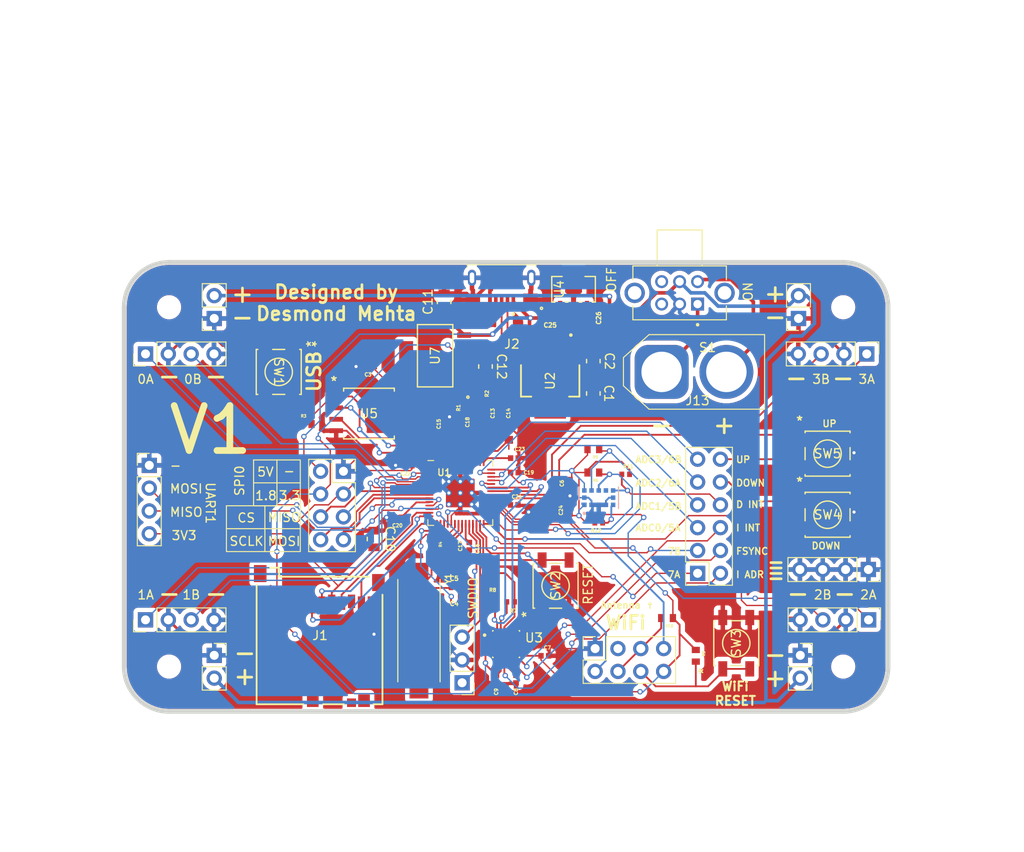
<source format=kicad_pcb>
(kicad_pcb (version 20221018) (generator pcbnew)
  (layers (0 "F.Cu" signal) (31 "B.Cu" signal) (34 "B.Paste" user) (35 "F.Paste" user) (36 "B.SilkS" user "B.Silkscreen") (37 "F.SilkS" user "F.Silkscreen") (38 "B.Mask" user) (39 "F.Mask" user) (44 "Edge.Cuts" user))
  (net 0 "")
  (net 1 "GND")
  (net 3 "/USB-")
  (net 4 "/USB+")
  (net 5 "Net-(U1-USB_DP)")
  (net 6 "Net-(U1-USB_DM)")
  (net 7 "/QSPI_SS")
  (net 8 "+1V1")
  (net 10 "/SPI1_CSn")
  (net 11 "/SPI1_TX")
  (net 12 "/QSPI_SD3")
  (net 13 "/QSPI_SLCK")
  (net 14 "/QSPI_SD0")
  (net 15 "/QSPI_SD2")
  (net 16 "/QSPI_SD1")
  (net 30 "Net-(U1-XIN)")
  (net 31 "Net-(C5-Pad1)")
  (net 32 "Net-(U3-REGOUT)")
  (net 33 "+1V8")
  (net 34 "/SPI1_SCK")
  (net 35 "/SPI1_RX")
  (net 37 "Net-(J3-Pin_1)")
  (net 38 "Net-(J3-Pin_3)")
  (net 39 "/WiFi_TX{slash}GPIO1")
  (net 40 "Net-(U1-XOUT)")
  (net 41 "/M1_PWM_A")
  (net 42 "/M1_PWM_B")
  (net 43 "/M2_PWM_A")
  (net 44 "/M2_PWM_B")
  (net 45 "/M3_PWM_A")
  (net 46 "/M3_PWM_B")
  (net 48 "Net-(J5-Pin_4)")
  (net 49 "/UART1_TX")
  (net 50 "/UART1_RX")
  (net 51 "/WiFi_RX{slash}GPIO3")
  (net 52 "/SPI0_RX")
  (net 53 "/SPI0_CSn")
  (net 54 "/SPI0_SCK")
  (net 55 "/SPI0_TX")
  (net 56 "/M4_PWM_A")
  (net 57 "/M4_PWM_B")
  (net 58 "/PWM7A")
  (net 59 "Net-(U1-RUN)")
  (net 60 "/IMU_AD0")
  (net 61 "/PWM7B")
  (net 62 "/IMU_FSYNC")
  (net 63 "/ADC0{slash}PWM5A")
  (net 64 "/IMU_INT")
  (net 65 "/ADC1{slash}PWM5B")
  (net 66 "/DIST_GPIO")
  (net 67 "/ADC2{slash}PWM6A")
  (net 68 "Net-(J11-Pad10)")
  (net 69 "/ADC3{slash}PWM6B")
  (net 70 "Net-(J11-Pad12)")
  (net 71 "Net-(J13-Pin_1)")
  (net 72 "Net-(J13-Pin_2)")
  (net 73 "/DIST_SDA")
  (net 74 "/DIST_SCL")
  (net 75 "/IMU_SDA")
  (net 76 "/IMU_SCL")
  (net 77 "Net-(U6-XSHUT)")
  (net 79 "+3V3")
  (net 81 "Net-(R3-Pad1)")
  (net 82 "+5V")
  (net 85 "Net-(J14-Pin_2)")
  (net 86 "Net-(J5-Pin_6)")
  (footprint "0402YC104KAT2A:CAPC1005X56N" (layer "F.Cu") (at 127.42 111.6 180)
    (fp_text reference "C3")
    (fp_text value "100nF")
  )
  (footprint "RC0402FR-073K3L:RESC1005X40" (layer "F.Cu") (at 160.4 139.6 180)
    (fp_text reference "R10")
    (fp_text value "3.3k")
  )
  (footprint "Connector_PinSocket_2.54mm:PinSocket_2x04_P2.54mm_Vertical" (layer "F.Cu") (at 124.4 123.26)
    (fp_text reference "J4" hide)
    (fp_text value "CAM/SPI0")
  )
  (footprint "0402YC104KAT2A:CAPC1005X56N" (layer "F.Cu") (at 143.6 146.4 90)
    (fp_text reference "C8")
    (fp_text value "100nF")
  )
  (footprint "Connector_PinHeader_2.54mm:PinHeader_1x04_P2.54mm_Vertical" (layer "F.Cu") (at 102.8 122.6)
    (fp_text reference "J10" hide)
    (fp_text value "UART1")
  )
  (footprint "Connector_AMASS:AMASS_XT60-M_1x02_P7.20mm_Vertical" (layer "F.Cu") (at 159.8 112.2)
    (fp_text reference "J13")
    (fp_text value "BATTERY")
  )
  (footprint "AZ1117IH-3.3TRG1:SOT230P700X185-4N" (layer "F.Cu") (at 147.4 113.2 -90)
    (fp_text reference "U2")
    (fp_text value "3V3 Regulator")
  )
  (footprint "ABLS-12.000MHZ-K2-T:XTAL_ABLS-12.000MHZ-K2-T" (layer "F.Cu") (at 132.8 141 -90)
    (fp_text reference "Y1")
    (fp_text value "12MHz")
  )
  (footprint "PTS-647-SN50-SMTR2-LFS:PTS 647 SN50 SMTR2 LFS" (layer "F.Cu") (at 178.2575 121.3)
    (fp_text reference "SW5")
    (fp_text value "DOWN")
  )
  (footprint "MountingHole:MountingHole_2.2mm_M2" (layer "F.Cu") (at 180 145)
    (fp_text reference "H4" hide)
    (fp_text value "~")
  )
  (footprint "Connector_PinHeader_2.54mm:PinHeader_1x04_P2.54mm_Vertical" (layer "F.Cu") (at 182.62 110.2 -90)
    (fp_text reference "J9" hide)
    (fp_text value "M4")
  )
  (footprint "PTS-647-SN50-SMTR2-LFS:PTS 647 SN50 SMTR2 LFS" (layer "F.Cu") (at 148 136 90)
    (fp_text reference "SW2")
    (fp_text value "Button")
  )
  (footprint "0402YC104KAT2A:CAPC1005X56N" (layer "F.Cu") (at 149.6 124.6 90)
    (fp_text reference "C6")
    (fp_text value "100nF")
  )
  (footprint "RC0402FR-073K3L:RESC1005X40" (layer "F.Cu") (at 152.2 123.4 180)
    (fp_text reference "R6")
    (fp_text value "3.3k")
  )
  (footprint "RP2040:RP2040-QFN-56" (layer "F.Cu") (at 137.4 125.675)
    (fp_text reference "U1")
    (fp_text value "RP2040")
  )
  (footprint "EG2208:SW_EG2208" (layer "F.Cu") (at 161.8 103.4 180)
    (fp_text reference "S1")
    (fp_text value "Switch")
  )
  (footprint "0402YC104KAT2A:CAPC1005X56N" (layer "F.Cu") (at 143.42 121.8)
    (fp_text reference "C23")
    (fp_text value "100nF")
  )
  (footprint "0402YC104KAT2A:CAPC1005X56N" (layer "F.Cu") (at 130.4 128.4 180)
    (fp_text reference "C20")
    (fp_text value "100nF")
  )
  (footprint "CL10A105KA8NNNC:CAPC1608X90N" (layer "F.Cu") (at 142.8 118.9825 90)
    (fp_text reference "C14")
    (fp_text value "1uF")
  )
  (footprint "Connector_PinSocket_2.54mm:PinSocket_1x02_P2.54mm_Vertical" (layer "F.Cu") (at 175.225 143.75)
    (fp_text reference "J16" hide)
    (fp_text value "ESC_POW1")
  )
  (footprint "0402YC104KAT2A:CAPC1005X56N" (layer "F.Cu") (at 138.4 131.6 -90)
    (fp_text reference "C16")
    (fp_text value "100nF")
  )
  (footprint "CL10A105KA8NNNC:CAPC1608X90N" (layer "F.Cu") (at 154 106.2 90)
    (fp_text reference "C26")
    (fp_text value "1uF")
  )
  (footprint "W25Q128JVSIQ-TR:SOIC_208MIL_WIN" (layer "F.Cu") (at 127.2375 116.8375)
    (fp_text reference "U5")
    (fp_text value "W25Q128JVSIQ TR")
  )
  (footprint "CL21A106KOQNNNE:CAP_CL21_SAM" (layer "F.Cu") (at 135.6 104.4 -90)
    (fp_text reference "C11")
    (fp_text value "10uF")
  )
  (footprint "CL10A105KA8NNNC:CAPC1608X90N" (layer "F.Cu") (at 140.8 119 90)
    (fp_text reference "C13")
    (fp_text value "1uF")
  )
  (footprint "PTS-647-SN50-SMTR2-LFS:PTS 647 SN50 SMTR2 LFS" (layer "F.Cu") (at 117.2 112.2 -90)
    (fp_text reference "SW1")
    (fp_text value "Button")
  )
  (footprint "RC1005F103CS:RESC1005X40N" (layer "F.Cu") (at 152.8 129 180)
    (fp_text reference "R12")
    (fp_text value "10k")
  )
  (footprint "Connector_PinSocket_2.54mm:PinSocket_1x02_P2.54mm_Vertical" (layer "F.Cu") (at 110.025 143.75)
    (fp_text reference "J17" hide)
    (fp_text value "ESC_POW1")
  )
  (footprint "0402YC104KAT2A:CAPC1005X56N" (layer "F.Cu") (at 138.2 119.4 -90)
    (fp_text reference "C18")
    (fp_text value "100nF")
  )
  (footprint "C0402C270F5GAC:CAPC1005X55N" (layer "F.Cu") (at 136.8 139)
    (fp_text reference "C4")
    (fp_text value "27pF")
  )
  (footprint "Connector_PinSocket_2.54mm:PinSocket_1x02_P2.54mm_Vertical" (layer "F.Cu") (at 175.025 106.25 180)
    (fp_text reference "J15" hide)
    (fp_text value "ESC_POW1")
  )
  (footprint "RC1005F103CS:RESC1005X40N" (layer "F.Cu") (at 155.8 123.6)
    (fp_text reference "R11")
    (fp_text value "10k")
  )
  (footprint "0402YC104KAT2A:CAPC1005X56N" (layer "F.Cu") (at 141.42 146.4 90)
    (fp_text reference "C9")
    (fp_text value "100nF")
  )
  (footprint "0402YC104KAT2A:CAPC1005X56N" (layer "F.Cu") (at 136.2 118.6 90)
    (fp_text reference "C15")
    (fp_text value "100nF")
  )
  (footprint "GRM155R60J475ME47D:CAPC1005X60N" (layer "F.Cu") (at 149.6 127.6 -90)
    (fp_text reference "C24")
    (fp_text value "4.7uF")
  )
  (footprint "Connector_PinHeader_2.54mm:PinHeader_1x04_P2.54mm_Vertical" (layer "F.Cu") (at 182.82 139.8 -90)
    (fp_text reference "J8" hide)
    (fp_text value "M3")
  )
  (footprint "RC0402FR-071KL:RESC1005X40" (layer "F.Cu") (at 120.2 118)
    (fp_text reference "R3")
    (fp_text value "1k")
  )
  (footprint "0402YC104KAT2A:CAPC1005X56N" (layer "F.Cu") (at 131.6 122.6375 180)
    (fp_text reference "C22")
    (fp_text value "100nF")
  )
  (footprint "0402YC104KAT2A:CAPC1005X56N" (layer "F.Cu") (at 149.38 107 180)
    (fp_text reference "C25")
    (fp_text value "100nF")
  )
  (footprint "C0402C270F5GAC:CAPC1005X55N" (layer "F.Cu") (at 136.8 136.2)
    (fp_text reference "C5")
    (fp_text value "27pF")
  )
  (footprint "Connector_PinHeader_2.54mm:PinHeader_1x03_P2.54mm_Vertical" (layer "F.Cu") (at 137.6 146.8 180)
    (fp_text reference "J3" hide)
    (fp_text value "DEBUG")
  )
  (footprint "RC0402FR-073K3L:RESC1005X40" (layer "F.Cu") (at 152.2 120.8 180)
    (fp_text reference "R5")
    (fp_text value "3.3k")
  )
  (footprint "ICM-20948:QFN40P300X300X105-24N" (layer "F.Cu") (at 142.5 142.5)
    (fp_text reference "U3")
    (fp_text value "ICM-20948")
  )
  (footprint "CL21A106KOQNNNE:CAP_CL21_SAM" (layer "F.Cu") (at 127.8 130.8 -90)
    (fp_text reference "C10")
    (fp_text value "10uF")
  )
  (footprint "RC0402FR-071KL:RESC1005X40" (layer "F.Cu") (at 163.6 143.8 -90)
    (fp_text reference "R9")
    (fp_text value "1k")
  )
  (footprint "Connector_PinHeader_2.54mm:PinHeader_1x04_P2.54mm_Vertical" (layer "F.Cu") (at 102.38 139.8 90)
    (fp_text reference "J7" hide)
    (fp_text value "M2")
  )
  (footprint "MountingHole:MountingHole_2.2mm_M2" (layer "F.Cu") (at 180 105)
    (fp_text reference "H3" hide)
    (fp_text value "~")
  )
  (footprint "0402YC104KAT2A:CAPC1005X56N" (layer "F.Cu") (at 136.4 131.6 90)
    (fp_text reference "C17")
    (fp_text value "100nF")
  )
  (footprint "RC1005F103CS:RESC1005X40N" (layer "F.Cu") (at 140.832 135.6 180)
    (fp_text reference "R8")
    (fp_text value "10k")
  )
  (footprint "PTS-647-SN50-SMTR2-LFS:PTS 647 SN50 SMTR2 LFS" (layer "F.Cu") (at 178.2575 128.1)
    (fp_text reference "SW4")
    (fp_text value "UP")
  )
  (footprint "NCP1117ST18T3G:SOT223-3_ONS" (layer "F.Cu") (at 134.6 110.4 90)
    (fp_text reference "U7")
    (fp_text value "1V8 Regulator")
  )
  (footprint "MountingHole:MountingHole_2.2mm_M2" (layer "F.Cu") (at 105 145)
    (fp_text reference "H2" hide)
    (fp_text value "~")
  )
  (footprint "Connector_PinHeader_2.54mm:PinHeader_1x04_P2.54mm_Vertical" (layer "F.Cu") (at 102.38 110.2 90)
    (fp_text reference "J6" hide)
    (fp_text value "M1")
  )
  (footprint "Connector_PinSocket_2.54mm:PinSocket_1x04_P2.54mm_Vertical" (layer "F.Cu") (at 182.8 134.2 -90)
    (fp_text reference "J12" hide)
    (fp_text value "floor")
  )
  (footprint "Connector_PinSocket_2.54mm:PinSocket_1x02_P2.54mm_Vertical" (layer "F.Cu") (at 110.025 106.25 180)
    (fp_text reference "J14" hide)
    (fp_text value "ESC_POW1")
  )
  (footprint "MEM2051-00-195-00-A:GCT_MEM2051-00-195-00-A" (layer "F.Cu") (at 121.74 141.6 180)
    (fp_text reference "J1")
    (fp_text value "MicroSD Holder")
  )
  (footprint "RMCF0402FT27R4:RESC1005X35N" (layer "F.Cu") (at 140 116.02 -90)
    (fp_text reference "R2")
    (fp_text value "27.4")
  )
  (footprint "L78L05ABUTR:SOT-89_STM" (layer "F.Cu") (at 150 103)
    (fp_text reference "U4")
    (fp_text value "5V Regulator")
  )
  (footprint "0402YC104KAT2A:CAPC1005X56N" (layer "F.Cu") (at 143.42 123.4 180)
    (fp_text reference "C19")
    (fp_text value "100nF")
  )
  (footprint "CL21A106KOQNNNE:CAP_CL21_SAM" (layer "F.Cu") (at 140.2 111.6 -90)
    (fp_text reference "C12")
    (fp_text value "10uF")
  )
  (footprint "RC0402FR-071KL:RESC1005X40" (layer "F.Cu") (at 134.2 131.6 -90)
    (fp_text reference "R4")
    (fp_text value "1k")
  )
  (footprint "MountingHole:MountingHole_2.2mm_M2" (layer "F.Cu") (at 105 105)
    (fp_text reference "H1" hide)
    (fp_text value "~")
  )
  (footprint "0402YC104KAT2A:CAPC1005X56N" (layer "F.Cu") (at 143.4 127)
    (fp_text reference "C21")
    (fp_text value "100nF")
  )
  (footprint "10118193-0001LF:AMPHENOL_10118193-0001LF" (layer "F.Cu") (at 142 101.725 180)
    (fp_text reference "J2")
    (fp_text value "MicroUSB Connector")
  )
  (footprint "Connector_PinSocket_2.54mm:PinSocket_2x06_P2.54mm_Vertical" (layer "F.Cu") (at 163.8 134.62 180)
    (fp_text reference "J11" hide)
    (fp_text value "~")
  )
  (footprint "CL21A106KOQNNNE:CAP_CL21_SAM" (layer "F.Cu") (at 152.2 111 -90)
    (fp_text reference "C2")
    (fp_text value "10uF")
  )
  (footprint "RMCF0402FT27R4:RESC1005X35N" (layer "F.Cu") (at 138.2 116.2 -90)
    (fp_text reference "R1")
    (fp_text value "27.4")
  )
  (footprint "CL21A106KOQNNNE:CAP_CL21_SAM" (layer "F.Cu") (at 152.2 114.6 90)
    (fp_text reference "C1")
    (fp_text value "10uF")
  )
  (footprint "Connector_PinSocket_2.54mm:PinSocket_2x04_P2.54mm_Vertical" (layer "F.Cu") (at 152.4 143 90)
    (fp_text reference "J5" hide)
    (fp_text value "ESP8266_WIFI")
  )
  (footprint "RC1005F103CS:RESC1005X40N" (layer "F.Cu") (at 143 137.8)
    (fp_text reference "R7")
    (fp_text value "10k")
  )
  (footprint "PTS-647-SN50-SMTR2-LFS:PTS 647 SN50 SMTR2 LFS" (layer "F.Cu") (at 168.1 142.4 90)
    (fp_text reference "SW3")
    (fp_text value "WiFi_RESET")
  )
  (footprint "0402YC104KAT2A:CAPC1005X56N" (layer "F.Cu") (at 146.8 143.8)
    (fp_text reference "C7")
    (fp_text value "100nF")
  )
  (footprint "VL53L4CXV0DH_1:XCDR_VL53L4CXV0DH_1" (layer "B.Cu") (at 152.8 126.2 180)
    (fp_text reference "U6" hide)
    (fp_text value "Distance Sensor")
  )
  (gr_line (start 117 127.1) (end 117 122) (stroke (width 0.12)) (layer "F.SilkS"))
  (gr_rect (start 111.38 127.1) (end 119.6 132.2) (stroke (width 0.12)) (fill none) (layer "F.SilkS"))
  (gr_line (start 117 124.55) (end 114.41 124.55) (stroke (width 0.12)) (layer "F.SilkS"))
  (gr_line (start 119.6 129.65) (end 111.38 129.65) (stroke (width 0.12)) (layer "F.SilkS"))
  (gr_rect (start 114.4 122) (end 119.6 127.1) (stroke (width 0.12)) (fill none) (layer "F.SilkS"))
  (gr_line (start 117 124.55) (end 119.59 124.55) (stroke (width 0.12)) (layer "F.SilkS"))
  (gr_line (start 115.66 132.18) (end 115.66 127.14) (stroke (width 0.12)) (layer "F.SilkS"))
  (gr_line (start 105 100) (end 180 100) (stroke (width 0.5)) (layer "Edge.Cuts"))
  (gr_line (start 100 145) (end 100 105) (stroke (width 0.5)) (layer "Edge.Cuts"))
  (gr_line (start 180 150) (end 105 150) (stroke (width 0.5)) (layer "Edge.Cuts"))
  (gr_line (start 185 105) (end 185 145) (stroke (width 0.5)) (layer "Edge.Cuts"))
  (gr_arc (start 185 145) (mid 183.535534 148.535534) (end 180 150) (stroke (width 0.5)) (layer "Edge.Cuts"))
  (gr_arc (start 180 100) (mid 183.535534 101.464466) (end 185 105) (stroke (width 0.5)) (layer "Edge.Cuts"))
  (gr_arc (start 105 150) (mid 101.464466 148.535534) (end 100 145) (stroke (width 0.5)) (layer "Edge.Cuts"))
  (gr_arc (start 100 105) (mid 101.464466 101.464466) (end 105 100) (stroke (width 0.5)) (layer "Edge.Cuts"))
  (gr_text "SPI0" (at 113.43 126.1 90) (layer "F.SilkS") (effects (font (size 1 1)) (justify left bottom)))
  (gr_text "1B" (at 106.4 137.6) (layer "F.SilkS") (effects (font (size 1 1)) (justify left bottom)))
  (gr_text "-" (at 171.4 134.2) (layer "F.SilkS") (effects (font (size 1.5 1.5) (thickness 0.3) bold) (justify left bottom)))
  (gr_text "+" (at 112 147.2) (layer "F.SilkS") (effects (font (size 2 2) (thickness 0.3)) (justify left bottom)))
  (gr_text "-" (at 112 144.6) (layer "F.SilkS") (effects (font (size 2 2) (thickness 0.3)) (justify left bottom)))
  (gr_text "+" (at 171 147.4) (layer "F.SilkS") (effects (font (size 2 2) (thickness 0.3)) (justify left bottom)))
  (gr_text "-" (at 181.42 114) (layer "F.SilkS") (effects (font (size 2 2) (thickness 0.3)) (justify right bottom)))
  (gr_text "MISO" (at 105 128.4) (layer "F.SilkS") (effects (font (size 1 1)) (justify left bottom)))
  (gr_text "OFF" (at 154.8 103.4 90) (layer "F.SilkS") (effects (font (size 1 1)) (justify left bottom)))
  (gr_text "0A" (at 101.38 113.6) (layer "F.SilkS") (effects (font (size 1 1)) (justify left bottom)))
  (gr_text "ADC0/5A" (at 156.8 130) (layer "F.SilkS") (effects (font (size 0.75 0.75)) (justify left bottom)))
  (gr_text "WiFi" (at 153.4 141) (layer "F.SilkS") (effects (font (size 1.5 1.5) (thickness 0.3) bold) (justify left bottom)))
  (gr_text "3A" (at 183.62 113.6) (layer "F.SilkS") (effects (font (size 1 1)) (justify right bottom)))
  (gr_text "1A" (at 101.4 137.6) (layer "F.SilkS") (effects (font (size 1 1)) (justify left bottom)))
  (gr_text "Antenna ↑\n" (at 156 138.6) (layer "F.SilkS") (effects (font (size 0.75 0.75) (thickness 0.15) bold) (justify bottom)))
  (gr_text "MOSI" (at 105 125.8) (layer "F.SilkS") (effects (font (size 1 1)) (justify left bottom)))
  (gr_text "7B" (at 160.4 132.6) (layer "F.SilkS") (effects (font (size 0.75 0.75)) (justify left bottom)))
  (gr_text "D INT" (at 168 127.4) (layer "F.SilkS") (effects (font (size 0.75 0.75)) (justify left bottom)))
  (gr_text "-" (at 117.64 123.82) (layer "F.SilkS") (effects (font (size 1 1)) (justify left bottom)))
  (gr_text "-" (at 108.78 113.8) (layer "F.SilkS") (effects (font (size 2 2) (thickness 0.3)) (justify left bottom)))
  (gr_text "-" (at 105 123.2) (layer "F.SilkS") (effects (font (size 1 1)) (justify left bottom)))
  (gr_text "2A" (at 183.8 137.6) (layer "F.SilkS") (effects (font (size 1 1)) (justify right bottom)))
  (gr_text "-" (at 171.4 136) (layer "F.SilkS") (effects (font (size 1.5 1.5) (thickness 0.3) bold) (justify left bottom)))
  (gr_text "-" (at 171 107.2) (layer "F.SilkS") (effects (font (size 2 2) (thickness 0.3)) (justify left bottom)))
  (gr_text "FSYNC\n" (at 168 132.6) (layer "F.SilkS") (effects (font (size 0.75 0.75)) (justify left bottom)))
  (gr_text "-" (at 171.4 134.8) (layer "F.SilkS") (effects (font (size 1.5 1.5) (thickness 0.3) bold) (justify left bottom)))
  (gr_text "UP" (at 177.6 118.4) (layer "F.SilkS") (effects (font (size 0.75 0.75)) (justify left bottom)))
  (gr_text "-" (at 176.4 138) (layer "F.SilkS") (effects (font (size 2 2) (thickness 0.3)) (justify right bottom)))
  (gr_text "MISO" (at 115.89 128.98) (layer "F.SilkS") (effects (font (size 1 1)) (justify left bottom)))
  (gr_text "5V" (at 114.72 123.92) (layer "F.SilkS") (effects (font (size 1 1)) (justify left bottom)))
  (gr_text "+" (at 171 104.6) (layer "F.SilkS") (effects (font (size 2 2) (thickness 0.3)) (justify left bottom)))
  (gr_text "2B" (at 178.8 137.6) (layer "F.SilkS") (effects (font (size 1 1)) (justify right bottom)))
  (gr_text "SCLK" (at 111.64 131.63) (layer "F.SilkS") (effects (font (size 1 1)) (justify left bottom)))
  (gr_text "UART1" (at 109 124.4 -90) (layer "F.SilkS") (effects (font (size 1 1)) (justify left bottom)))
  (gr_text "0B\n" (at 106.58 113.6) (layer "F.SilkS") (effects (font (size 1 1)) (justify left bottom)))
  (gr_text "3V3\n" (at 105.2 131) (layer "F.SilkS") (effects (font (size 1 1)) (justify left bottom)))
  (gr_text "3B" (at 178.62 113.6) (layer "F.SilkS") (effects (font (size 1 1)) (justify right bottom)))
  (gr_text "-" (at 171.4 135.4) (layer "F.SilkS") (effects (font (size 1.5 1.5) (thickness 0.3) bold) (justify left bottom)))
  (gr_text "MOSI" (at 115.89 131.65) (layer "F.SilkS") (effects (font (size 1 1)) (justify left bottom)))
  (gr_text "WiFi\nRESET" (at 168 149.4) (layer "F.SilkS") (effects (font (size 1 1) (thickness 0.225) bold) (justify bottom)))
  (gr_text "DOWN" (at 168 125) (layer "F.SilkS") (effects (font (size 0.75 0.75)) (justify left bottom)))
  (gr_text "ON\n" (at 170 104.4 90) (layer "F.SilkS") (effects (font (size 1 1)) (justify left bottom)))
  (gr_text "CS" (at 112.51 129.03) (layer "F.SilkS") (effects (font (size 1 1)) (justify left bottom)))
  (gr_text "-" (at 181.6 138) (layer "F.SilkS") (effects (font (size 2 2) (thickness 0.3)) (justify right bottom)))
  (gr_text "DOWN" (at 176.4 132) (layer "F.SilkS") (effects (font (size 0.75 0.75)) (justify left bottom)))
  (gr_text "ADC1/5B" (at 156.8 127.6) (layer "F.SilkS") (effects (font (size 0.75 0.75)) (justify left bottom)))
  (gr_text "Designed by\nDesmond Mehta" (at 123.6 106.6) (layer "F.SilkS") (effects (font (size 1.5 1.5) (thickness 0.3) bold) (justify bottom)))
  (gr_text "+" (at 114.6 102.6 180) (layer "F.SilkS") (effects (font (size 2 2) (thickness 0.3)) (justify left bottom)))
  (gr_text "RESET" (at 152.2 138.2 90) (layer "F.SilkS") (effects (font (size 1 1)) (justify left bottom)))
  (gr_text "ADC3/6B" (at 156.8 122.4) (layer "F.SilkS") (effects (font (size 0.75 0.75) (thickness 0.15) bold) (justify left bottom)))
  (gr_text "-" (at 108.8 138) (layer "F.SilkS") (effects (font (size 2 2) (thickness 0.3)) (justify left bottom)))
  (gr_text "3.3" (at 117.12 126.56) (layer "F.SilkS") (effects (font (size 1 1)) (justify left bottom)))
  (gr_text "ADC2/6A" (at 156.8 125) (layer "F.SilkS") (effects (font (size 0.75 0.75)) (justify left bottom)))
  (gr_text "V1" (at 104.6 121.6) (layer "F.SilkS") (effects (font (size 5 5) (thickness 0.75) bold) (justify left bottom)))
  (gr_text "I ADR" (at 168 135.2) (layer "F.SilkS") (effects (font (size 0.75 0.75)) (justify left bottom)))
  (gr_text "SWDIO" (at 139.4 139.8 90) (layer "F.SilkS") (effects (font (size 1 1)) (justify left bottom)))
  (gr_text "-" (at 171 144.8) (layer "F.SilkS") (effects (font (size 2 2) (thickness 0.3)) (justify left bottom)))
  (gr_text "-" (at 103.6 138) (layer "F.SilkS") (effects (font (size 2 2) (thickness 0.3)) (justify left bottom)))
  (gr_text "-" (at 114.6 105.2 180) (layer "F.SilkS") (effects (font (size 2 2) (thickness 0.3)) (justify left bottom)))
  (gr_text "UP" (at 168 122.4) (layer "F.SilkS") (effects (font (size 0.75 0.75)) (justify left bottom)))
  (gr_text "-" (at 161.2 117.2 180) (layer "F.SilkS") (effects (font (size 2 2) (thickness 0.3)) (justify left bottom)))
  (gr_text "-" (at 176.22 114) (layer "F.SilkS") (effects (font (size 2 2) (thickness 0.3)) (justify right bottom)))
  (gr_text "-" (at 103.58 113.8) (layer "F.SilkS") (effects (font (size 2 2) (thickness 0.3)) (justify left bottom)))
  (gr_text "1.8" (at 114.49 126.56) (layer "F.SilkS") (effects (font (size 1 1)) (justify left bottom)))
  (gr_text "7A" (at 160.4 135.2) (layer "F.SilkS") (effects (font (size 0.75 0.75)) (justify left bottom)))
  (gr_text "USB" (at 122 114.6 90) (layer "F.SilkS") (effects (font (size 1.5 1.5) (thickness 0.3) bold) (justify left bottom)))
  (gr_text "I INT" (at 168 130) (layer "F.SilkS") (effects (font (size 0.75 0.75)) (justify left bottom)))
  (gr_text "+" (at 168.2 117.2 180) (layer "F.SilkS") (effects (font (size 2 2) (thickness 0.3)) (justify left bottom)))
  (segment (start 146.5 138.8575) (end 149.5 138.8575) (width 0.2) (layer "F.Cu") (net 1))
  (segment (start 150.7935 106.2065) (end 151.587 107) (width 0.4) (layer "F.Cu") (net 1))
  (segment (start 125.3 138.9) (end 127.8 141.4) (width 0.2) (layer "F.Cu") (net 1))
  (segment (start 130.2 122.6) (end 131.1425 122.6) (width 0.2) (layer "F.Cu") (net 1))
  (segment (start 115.7 109.3425) (end 118.7 109.3425) (width 0.15) (layer "F.Cu") (net 1))
  (segment (start 152.578444 110.0722) (end 154 111.493756) (width 0.4) (layer "F.Cu") (net 1))
  (segment (start 134.3278 103.4722) (end 135.6 103.4722) (width 0.4) (layer "F.Cu") (net 1))
  (segment (start 140.8 118.22) (end 142.7825 118.22) (width 0.2) (layer "F.Cu") (net 1))
  (segment (start 175.025 106.25) (end 175.025 108.4) (width 0.3) (layer "F.Cu") (net 1))
  (segment (start 124.7425 118.7425) (end 123.5926 118.7425) (width 0.2) (layer "F.Cu") (net 1))
  (segment (start 159.45 107) (end 161.8 104.65) (width 0.4) (layer "F.Cu") (net 1))
  (segment (start 140.7 101.825) (end 140.8 101.725) (width 0.4) (layer "F.Cu") (net 1))
  (segment (start 127.8 129.8) (end 129.2 128.4) (width 0.15) (layer "F.Cu") (net 1))
  (segment (start 145.435 141.5) (end 147.22 143.285) (width 0.2) (layer "F.Cu") (net 1))
  (segment (start 178.28 108.4) (end 175.025 108.4) (width 0.3) (layer "F.Cu") (net 1))
  (segment (start 136 142.8) (end 137.6 144.4) (width 0.2) (layer "F.Cu") (net 1))
  (segment (start 140.7 104.4) (end 140.7 101.825) (width 0.4) (layer "F.Cu") (net 1))
  (segment (start 125.3 138.89) (end 120.44 143.75) (width 0.4) (layer "F.Cu") (net 1))
  (segment (start 137.4 118.18) (end 136.2 118.18) (width 0.15) (layer "F.Cu") (net 1))
  (segment (start 149.8 107) (end 149.8 110) (width 0.4) (layer "F.Cu") (net 1))
  (segment (start 136.4 132.02) (end 137.23 132.85) (width 0.2) (layer "F.Cu") (net 1))
  (segment (start 181.115 129.6) (end 181.115 127.885) (width 0.2) (layer "F.Cu") (net 1))
  (segment (start 143.785 140.385) (end 144.045 140.645) (width 0.2) (layer "F.Cu") (net 1))
  (segment (start 125.3 138.89) (end 125.3 138.9) (width 0.2) (layer "F.Cu") (net 1))
  (segment (start 136.4 126.675) (end 137.4 125.675) (width 0.2) (layer "F.Cu") (net 1))
  (segment (start 140.8 101.725) (end 140.8 102.175) (width 0.4) (layer "F.Cu") (net 1))
  (segment (start 137.4 127.2) (end 137.4 125.675) (width 0.15) (layer "F.Cu") (net 1))
  (segment (start 143.84 119.2425) (end 143.84 121.8) (width 0.2) (layer "F.Cu") (net 1))
  (segment (start 148.02 143) (end 147.22 143.8) (width 0.15) (layer "F.Cu") (net 1))
  (segment (start 181.115 127.885) (end 181.2 127.8) (width 0.2) (layer "F.Cu") (net 1))
  (segment (start 150.5935 106.2065) (end 150.7935 106.2065) (width 0.4) (layer "F.Cu") (net 1))
  (segment (start 137.23 132.85) (end 137.23 136.2) (width 0.2) (layer "F.Cu") (net 1))
  (segment (start 145.3 104.075) (end 145.2 104.175) (width 0.4) (layer "F.Cu") (net 1))
  (segment (start 137.23 139.77) (end 136 141) (width 0.2) (layer "F.Cu") (net 1))
  (segment (start 110 136.6) (end 110 139.8) (width 0.15) (layer "F.Cu") (net 1))
  (segment (start 175.025 108.4) (end 175.025 110.175) (width 0.3) (layer "F.Cu") (net 1))
  (segment (start 140.8 101.725) (end 138.7 101.725) (width 0.4) (layer "F.Cu") (net 1))
  (segment (start 110 108.4) (end 110 106.275) (width 0.3) (layer "F.Cu") (net 1))
  (segment (start 140.8 101.725) (end 143.2 101.725) (width 0.4) (layer "F.Cu") (net 1))
  (segment (start 110 110.2) (end 110 108.4) (width 0.3) (layer "F.Cu") (net 1))
  (segment (start 143.1 140.575313) (end 143.290313 140.385) (width 0.2) (layer "F.Cu") (net 1))
  (segment (start 110 106.275) (end 110.025 106.25) (width 0.3) (layer "F.Cu") (net 1))
  (segment (start 104.92 110.2) (end 104.92 112.48) (width 0.15) (layer "F.Cu") (net 1))
  (segment (start 152.2 110.0722) (end 152.578444 110.0722) (width 0.4) (layer "F.Cu") (net 1))
  (segment (start 136.2 118.18) (end 136.2 117.2) (width 0.15) (layer "F.Cu") (net 1))
  (segment (start 143.6 140.385) (end 143.785 140.385) (width 0.2) (layer "F.Cu") (net 1))
  (segment (start 140.0291 112.6987) (end 140.2 112.5278) (width 0.4) (layer "F.Cu") (net 1))
  (segment (start 144.2 127) (end 145 127.8) (width 0.15) (layer "F.Cu") (net 1))
  (segment (start 140.8 102.175) (end 138.8 104.175) (width 0.4) (layer "F.Cu") (net 1))
  (segment (start 175.2 139.8) (end 175.2 141.8) (width 0.3) (layer "F.Cu") (net 1))
  (segment (start 181.115 121.115) (end 181.115 119.8) (width 0.2) (layer "F.Cu") (net 1))
  (segment (start 137.8258 112.6987) (end 140.0291 112.6987) (width 0.4) (layer "F.Cu") (net 1))
  (segment (start 133.6 109.4) (end 133.6 104.2) (width 0.4) (layer "F.Cu") (net 1))
  (segment (start 181.2 127.8) (end 181.115 127.715) (width 0.2) (layer "F.Cu") (net 1))
  (segment (start 124.4 123.26) (end 126.8 120.86) (width 0.15) (layer "F.Cu") (net 1))
  (segment (start 126.8 120.86) (end 126.8 120.8) (width 0.15) (layer "F.Cu") (net 1))
  (segment (start 168.4 139.5425) (end 169.9 139.5425) (width 0.2) (layer "F.Cu") (net 1))
  (segment (start 136 141) (end 136 142.8) (width 0.2) (layer "F.Cu") (net 1))
  (segment (start 136.4 128.2) (end 137.4 127.2) (width 0.15) (layer "F.Cu") (net 1))
  (segment (start 136.8987 112.6987) (end 133.6 109.4) (width 0.4) (layer "F.Cu") (net 1))
  (segment (start 110 143.725) (end 110.025 143.75) (width 0.3) (layer "F.Cu") (net 1))
  (segment (start 143.82 127) (end 144.2 127) (width 0.15) (layer "F.Cu") (net 1))
  (segment (start 133.6 104.2) (end 134.3278 103.4722) (width 0.4) (layer "F.Cu") (net 1))
  (segment (start 168.3 139.5425) (end 168.4 139.5425) (width 0.15) (layer "F.Cu") (net 1))
  (segment (start 150 104.9939) (end 150 105.413) (width 0.4) (layer "F.Cu") (net 1))
  (segment (start 138.4 132.02) (end 138.06 132.02) (width 0.2) (layer "F.Cu") (net 1))
  (segment (start 106.72 108.4) (end 110 108.4) (width 0.3) (layer "F.Cu") (net 1))
  (segment (start 137.8258 112.6987) (end 136.8987 112.6987) (width 0.4) (layer "F.Cu") (net 1))
  (segment (start 110.9425 109.3425) (end 115.7 109.3425) (width 0.15) (layer "F.Cu") (net 1))
  (segment (start 138.06 132.02) (end 137.23 132.85) (width 0.2) (layer "F.Cu") (net 1))
  (segment (start 130.2 122.6) (end 128.6 122.6) (width 0.2) (layer "F.Cu") (net 1))
  (segment (start 124.4 123.26) (end 124.4 123.2) (width 0.15) (layer "F.Cu") (net 1))
  (segment (start 104.92 110.2) (end 106.72 108.4) (width 0.3) (layer "F.Cu") (net 1))
  (segment (start 149.6 127.165) (end 149.6 126) (width 0.15) (layer "F.Cu") (net 1))
  (segment (start 106.92 141.8) (end 110 141.8) (width 0.3) (layer "F.Cu") (net 1))
  (segment (start 131.1425 122.6) (end 131.18 122.6375) (width 0.2) (layer "F.Cu") (net 1))
  (segment (start 104.92 139.8) (end 106.92 141.8) (width 0.3) (layer "F.Cu") (net 1))
  (segment (start 145.3125 138.8575) (end 146.5 138.8575) (width 0.2) (layer "F.Cu") (net 1))
  (segment (start 151.587 107) (end 159.45 107) (width 0.4) (layer "F.Cu") (net 1))
  (segment (start 150 105.413) (end 150.7935 106.2065) (width 0.4) (layer "F.Cu") (net 1))
  (segment (start 138.2 118.98) (end 137.4 118.18) (width 0.15) (layer "F.Cu") (net 1))
  (segment (start 175.025 110.175) (end 175 110.2) (width 0.3) (layer "F.Cu") (net 1))
  (segment (start 127.8 129.8722) (end 127.8 129.8) (width 0.15) (layer "F.Cu") (net 1))
  (segment (start 149.6 126) (end 149.6 125.02) (width 0.15) (layer "F.Cu") (net 1))
  (segment (start 143.2 101.725) (end 145.3 101.725) (width 0.4) (layer "F.Cu") (net 1))
  (segment (start 142.8 118.2025) (end 143.84 119.2425) (width 0.2) (layer "F.Cu") (net 1))
  (segment (start 180.08 110.2) (end 178.28 108.4) (width 0.3) (layer "F.Cu") (net 1))
  (segment (start 174.9425 139.5425) (end 175.2 139.8) (width 0.2) (layer "F.Cu") (net 1))
  (segment (start 181.115 121.285) (end 181.2 121.2) (width 0.2) (layer "F.Cu") (net 1))
  (segment (start 144.045 140.645) (end 144.045 141.5) (width 0.2) (layer "F.Cu") (net 1))
  (segment (start 181.2 121.2) (end 181.115 121.115) (width 0.2) (layer "F.Cu") (net 1))
  (segment (start 127 111.6) (end 125.8 111.6) (width 0.15) (layer "F.Cu") (net 1))
  (segment (start 143.84 121.8) (end 143.84 123.4) (width 0.2) (layer "F.Cu") (net 1))
  (segment (start 129.965 128.4) (end 129.2 128.4) (width 0.2) (layer "F.Cu") (net 1))
  (segment (start 138.0972 103.4722) (end 138.8 104.175) (width 0.4) (layer "F.Cu") (net 1))
  (segment (start 137.23 139) (end 137.23 139.77) (width 0.2) (layer "F.Cu") (net 1))
  (segment (start 141.42 146.82) (end 143.6 146.82) (width 0.2) (layer "F.Cu") (net 1))
  (segment (start 144.045 141.5) (end 145.435 141.5) (width 0.2) (layer "F.Cu") (net 1))
  (segment (start 154 113.4) (end 153.7278 113.6722) (width 0.4) (layer "F.Cu") (net 1))
  (segment (start 149.8 110) (end 149.7 110.1) (width 0.4) (layer "F.Cu") (net 1))
  (segment (start 110 108.4) (end 110.9425 109.3425) (width 0.15) (layer "F.Cu") (net 1))
  (segment (start 149.8 107) (end 150.5935 106.2065) (width 0.4) (layer "F.Cu") (net 1))
  (segment (start 128.6 122.6) (end 126.8 120.8) (width 0.2) (layer "F.Cu") (net 1))
  (segment (start 125.3 137.74) (end 125.3 138.89) (width 0.4) (layer "F.Cu") (net 1))
  (segment (start 136.4 129.1125) (end 136.4 128.2) (width 0.15) (layer "F.Cu") (net 1))
  (segment (start 149.7 110.1) (end 152.1722 110.1) (width 0.4) (layer "F.Cu") (net 1))
  (segment (start 147.22 143.285) (end 147.22 143.8) (width 0.2) (layer "F.Cu") (net 1))
  (segment (start 142.7825 118.22) (end 142.8 118.2025) (width 0.2) (layer "F.Cu") (net 1))
  (segment (start 168.4 139.5425) (end 166.9 139.5425) (width 0.2) (layer "F.Cu") (net 1))
  (segment (start 175.2 141.8) (end 175.2 143.725) (width 0.3) (layer "F.Cu") (net 1))
  (segment (start 110 141.8) (end 110 143.725) (width 0.3) (layer "F.Cu") (net 1))
  (segment (start 135.6 103.4722) (end 138.0972 103.4722) (width 0.4) (layer "F.Cu") (net 1))
  (segment (start 175.2 143.725) (end 175.225 143.75) (width 0.3) (layer "F.Cu") (net 1))
  (segment (start 137.23 139) (end 137.23 136.2) (width 0.2) (layer "F.Cu") (net 1))
  (segment (start 145.3 101.725) (end 145.3 104.075) (width 0.4) (layer "F.Cu") (net 1))
  (segment (start 169.9 139.5425) (end 174.9425 139.5425) (width 0.2) (layer "F.Cu") (net 1))
  (segment (start 143.785 140.385) (end 145.3125 138.8575) (width 0.2) (layer "F.Cu") (net 1))
  (segment (start 152.4 143) (end 148.02 143) (width 0.15) (layer "F.Cu") (net 1))
  (segment (start 110 139.8) (end 110 141.8) (width 0.3) (layer "F.Cu") (net 1))
  (segment (start 154 111.493756) (end 154 113.4) (width 0.4) (layer "F.Cu") (net 1))
  (segment (start 143.1 140.955) (end 143.1 140.575313) (width 0.2) (layer "F.Cu") (net 1))
  (segment (start 140.02 146.82) (end 141.42 146.82) (width 0.2) (layer "F.Cu") (net 1))
  (segment (start 120.44 143.75) (end 110.025 143.75) (width 0.4) (layer "F.Cu") (net 1))
  (segment (start 178.28 141.8) (end 175.2 141.8) (width 0.3) (layer "F.Cu") (net 1))
  (segment (start 126.8 120.8) (end 124.7425 118.7425) (width 0.2) (layer "F.Cu") (net 1))
  (segment (start 143.290313 140.385) (end 143.6 140.385) (width 0.2) (layer "F.Cu") (net 1))
  (segment (start 104.92 112.48) (end 102.8 114.6) (width 0.15) (layer "F.Cu") (net 1))
  (segment (start 102.8 114.6) (end 102.8 122.6) (width 0.15) (layer "F.Cu") (net 1))
  (segment (start 181.115 127.715) (end 181.115 126.6) (width 0.2) (layer "F.Cu") (net 1))
  (segment (start 153.7278 113.6722) (end 152.2 113.6722) (width 0.4) (layer "F.Cu") (net 1))
  (segment (start 181.115 122.8) (end 181.115 121.285) (width 0.2) (layer "F.Cu") (net 1))
  (segment (start 180.28 139.8) (end 178.28 141.8) (width 0.3) (layer "F.Cu") (net 1))
  (segment (start 152.1722 110.1) (end 152.2 110.0722) (width 0.4) (layer "F.Cu") (net 1))
  (segment (start 137.6 144.4) (end 140.02 146.82) (width 0.2) (layer "F.Cu") (net 1))
  (via (at 136.2 117.2) (size 0.6) (drill 0.35) (layers "F.Cu" "B.Cu") (net 1))
  (via (at 145 127.8) (size 0.6) (drill 0.35) (layers "F.Cu" "B.Cu") (net 1))
  (via (at 181.2 121.2) (size 0.6) (drill 0.35) (layers "F.Cu" "B.Cu") (net 1))
  (via (at 127.8 141.4) (size 0.6) (drill 0.35) (layers "F.Cu" "B.Cu") (net 1))
  (via (at 130.2 122.6) (size 0.6) (drill 0.35) (layers "F.Cu" "B.Cu") (net 1))
  (via (at 181.2 127.8) (size 0.6) (drill 0.35) (layers "F.Cu" "B.Cu") (net 1))
  (via (at 129.2 128.4) (size 0.6) (drill 0.35) (layers "F.Cu" "B.Cu") (net 1))
  (via (at 149.6 126) (size 0.6) (drill 0.35) (layers "F.Cu" "B.Cu") (net 1))
  (via (at 125.8 111.6) (size 0.6) (drill 0.35) (layers "F.Cu" "B.Cu") (net 1))
  (segment (start 151.2 126.2) (end 151.65 126.2) (width 0.2) (layer "B.Cu") (net 1))
  (segment (start 149.8 126.2) (end 149.6 126) (width 0.15) (layer "B.Cu") (net 1))
  (segment (start 151.2 126.2) (end 149.8 126.2) (width 0.15) (layer "B.Cu") (net 1))
  (segment (start 153.6 127) (end 153.6 126.55) (width 0.2) (layer "B.Cu") (net 1))
  (segment (start 130.2 122.6) (end 134.325 122.6) (width 0.2) (layer "B.Cu") (net 1))
  (segment (start 127.8 141.4) (end 134.6 141.4) (width 0.2) (layer "B.Cu") (net 1))
  (segment (start 153.95 126.2) (end 154.4 126.2) (width 0.2) (layer "B.Cu") (net 1))
  (segment (start 135.4 117.2) (end 130.2 122.4) (width 0.2) (layer "B.Cu") (net 1))
  (segment (start 161.8 104.65) (end 161.8 105.6) (width 0.4) (layer "B.Cu") (net 1))
  (segment (start 152 126.55) (end 152 127) (width 0.2) (layer "B.Cu") (net 1))
  (segment (start 130.2 122.4) (end 130.2 122.6) (width 0.2) (layer "B.Cu") (net 1))
  (segment (start 134.325 122.6) (end 136.125 124.4) (width 0.2) (layer "B.Cu") (net 1))
  (segment (start 153.6 126.55) (end 153.95 126.2) (width 0.2) (layer "B.Cu") (net 1))
  (segment (start 161.8 105.6) (end 162.45 106.25) (width 0.4) (layer "B.Cu") (net 1))
  (segment (start 151.65 126.2) (end 152 126.55) (width 0.2) (layer "B.Cu") (net 1))
  (segment (start 162.45 106.25) (end 175.025 106.25) (width 0.4) (layer "B.Cu") (net 1))
  (segment (start 134.6 141.4) (end 137.6 144.4) (width 0.2) (layer "B.Cu") (net 1))
  (segment (start 136.2 117.2) (end 135.4 117.2) (width 0.2) (layer "B.Cu") (net 1))
  (segment (start 152 127) (end 153.6 127) (width 0.2) (layer "B.Cu") (net 1))
  (segment (start 142.65 112.95) (end 142.65 104.4) (width 0.2) (layer "F.Cu") (net 3))
  (segment (start 140 115.6) (end 142.65 112.95) (width 0.2) (layer "F.Cu") (net 3))
  (segment (start 138.2 115.78) (end 138.22 115.78) (width 0.2) (layer "F.Cu") (net 4))
  (segment (start 142 112.6) (end 142 104.4) (width 0.2) (layer "F.Cu") (net 4))
  (segment (start 140.6 114) (end 142 112.6) (width 0.2) (layer "F.Cu") (net 4))
  (segment (start 140 114) (end 140.6 114) (width 0.2) (layer "F.Cu") (net 4))
  (segment (start 138.22 115.78) (end 140 114) (width 0.2) (layer "F.Cu") (net 4))
  (segment (start 139.2 119.93) (end 139.2 118.4) (width 0.2) (layer "F.Cu") (net 5))
  (segment (start 139.2 118.4) (end 138.2 117.4) (width 0.2) (layer "F.Cu") (net 5))
  (segment (start 138.4 120.73) (end 139.2 119.93) (width 0.2) (layer "F.Cu") (net 5))
  (segment (start 138.4 122.2375) (end 138.4 120.73) (width 0.2) (layer "F.Cu") (net 5))
  (segment (start 138.2 117.4) (end 138.2 116.62) (width 0.2) (layer "F.Cu") (net 5))
  (segment (start 139.6 116.84) (end 140 116.44) (width 0.2) (layer "F.Cu") (net 6))
  (segment (start 139.6 120.024974) (end 139.6 116.84) (width 0.2) (layer "F.Cu") (net 6))
  (segment (start 138.8 122.2375) (end 138.8 120.824974) (width 0.2) (layer "F.Cu") (net 6))
  (segment (start 138.8 120.824974) (end 139.6 120.024974) (width 0.2) (layer "F.Cu") (net 6))
  (segment (start 125.3325 114.9325) (end 123.5926 114.9325) (width 0.2) (layer "F.Cu") (net 7))
  (segment (start 123.5926 114.9325) (end 123.0973 114.9325) (width 0.15) (layer "F.Cu") (net 7))
  (segment (start 120.85 117.1798) (end 120.85 118) (width 0.15) (layer "F.Cu") (net 7))
  (segment (start 123.0973 114.9325) (end 120.85 117.1798) (width 0.15) (layer "F.Cu") (net 7))
  (segment (start 134.8 122.2375) (end 133.7625 121.2) (width 0.2) (layer "F.Cu") (net 7))
  (segment (start 133.7625 121.2) (end 128.4 121.2) (width 0.2) (layer "F.Cu") (net 7))
  (segment (start 126.2 118.6) (end 126.2 115.8) (width 0.2) (layer "F.Cu") (net 7))
  (segment (start 126.2 115.8) (end 125.3325 114.9325) (width 0.2) (layer "F.Cu") (net 7))
  (via (at 126.2 118.6) (size 0.6) (drill 0.35) (layers "F.Cu" "B.Cu") (net 7))
  (via (at 128.4 121.2) (size 0.6) (drill 0.35) (layers "F.Cu" "B.Cu") (net 7))
  (segment (start 128.4 120.8) (end 128.4 121.2) (width 0.2) (layer "B.Cu") (net 7))
  (segment (start 126.2 118.6) (end 128.4 120.8) (width 0.2) (layer "B.Cu") (net 7))
  (segment (start 139.2 122.2375) (end 139.2 121.38) (width 0.2) (layer "F.Cu") (net 8))
  (segment (start 138 130.78) (end 138 129.1125) (width 0.2) (layer "F.Cu") (net 8))
  (segment (start 136.2 120.005) (end 136.2 119.02) (width 0.15) (layer "F.Cu") (net 8))
  (segment (start 137.2 121.005) (end 136.2 120.005) (width 0.15) (layer "F.Cu") (net 8))
  (segment (start 137.2 122.2375) (end 137.2 121.005) (width 0.2) (layer "F.Cu") (net 8))
  (segment (start 138.4 131.18) (end 138 130.78) (width 0.2) (layer "F.Cu") (net 8))
  (segment (start 139.2 121.38) (end 140.8 119.78) (width 0.2) (layer "F.Cu") (net 8))
  (segment (start 120.9 138.34) (end 120.9 139.7) (width 0.2) (layer "F.Cu") (net 10))
  (segment (start 133.088556 129.888556) (end 134.885708 129.888556) (width 0.2) (layer "F.Cu") (net 10))
  (segment (start 120.9 139.7) (end 121 139.8) (width 0.2) (layer "F.Cu") (net 10))
  (segment (start 135.2 129.574264) (end 135.2 129.1125) (width 0.2) (layer "F.Cu") (net 10))
  (segment (start 134.885708 129.888556) (end 135.2 129.574264) (width 0.2) (layer "F.Cu") (net 10))
  (via (at 133.088556 129.888556) (size 0.6) (drill 0.35) (layers "F.Cu" "B.Cu") (net 10))
  (via (at 121 139.8) (size 0.6) (drill 0.35) (layers "F.Cu" "B.Cu") (net 10))
  (segment (start 133.088556 130.711444) (end 124 139.8) (width 0.2) (layer "B.Cu") (net 10))
  (segment (start 133.088556 129.888556) (end 133.088556 130.711444) (width 0.2) (layer "B.Cu") (net 10))
  (segment (start 124 139.8) (end 121 139.8) (width 0.2) (layer "B.Cu") (net 10))
  (segment (start 133.9625 128.275) (end 132.925 128.275) (width 0.2) (layer "F.Cu") (net 11))
  (segment (start 132.925 128.275) (end 132.6 128.6) (width 0.2) (layer "F.Cu") (net 11))
  (segment (start 122 136.99) (end 122 136.6) (width 0.2) (layer "F.Cu") (net 11))
  (segment (start 122 137.94) (end 122 136.99) (width 0.2) (layer "F.Cu") (net 11))
  (via (at 122 136.6) (size 0.6) (drill 0.35) (layers "F.Cu" "B.Cu") (net 11))
  (via (at 132.6 128.6) (size 0.6) (drill 0.35) (layers "F.Cu" "B.Cu") (net 11))
  (segment (start 132.6 129.2) (end 132.6 128.6) (width 0.2) (layer "B.Cu") (net 11))
  (segment (start 122 136.6) (end 125.2 136.6) (width 0.2) (layer "B.Cu") (net 11))
  (segment (start 125.2 136.6) (end 132.6 129.2) (width 0.2) (layer "B.Cu") (net 11))
  (segment (start 136.8 122.2375) (end 136.8 121.099974) (width 0.2) (layer "F.Cu") (net 12))
  (segment (start 136.8 121.099974) (end 131.902526 116.2025) (width 0.2) (layer "F.Cu") (net 12))
  (segment (start 131.902526 116.2025) (end 130.8824 116.2025) (width 0.2) (layer "F.Cu") (net 12))
  (segment (start 136.4 121.194948) (end 132.677552 117.4725) (width 0.2) (layer "F.Cu") (net 13))
  (segment (start 136.4 122.2375) (end 136.4 121.194948) (width 0.2) (layer "F.Cu") (net 13))
  (segment (start 132.677552 117.4725) (end 130.8824 117.4725) (width 0.2) (layer "F.Cu") (net 13))
  (segment (start 133.510078 118.8) (end 130.9399 118.8) (width 0.2) (layer "F.Cu") (net 14))
  (segment (start 136 122.2375) (end 136 121.289922) (width 0.2) (layer "F.Cu") (net 14))
  (segment (start 136 121.289922) (end 133.510078 118.8) (width 0.2) (layer "F.Cu") (net 14))
  (segment (start 130.9399 118.8) (end 130.8824 118.7425) (width 0.2) (layer "F.Cu") (net 14))
  (segment (start 126.2 119.6) (end 124.0725 117.4725) (width 0.2) (layer "F.Cu") (net 15))
  (segment (start 124.0725 117.4725) (end 123.5926 117.4725) (width 0.2) (layer "F.Cu") (net 15))
  (segment (start 135.6 122.2375) (end 135.6 121.384896) (width 0.2) (layer "F.Cu") (net 15))
  (segment (start 135.6 121.384896) (end 133.815104 119.6) (width 0.2) (layer "F.Cu") (net 15))
  (segment (start 133.815104 119.6) (end 126.2 119.6) (width 0.2) (layer "F.Cu") (net 15))
  (segment (start 135.2 121.47987) (end 135.2 122.2375) (width 0.2) (layer "F.Cu") (net 16))
  (segment (start 134.12013 120.4) (end 135.2 121.47987) (width 0.2) (layer "F.Cu") (net 16))
  (segment (start 129.4 120.4) (end 134.12013 120.4) (width 0.2) (layer "F.Cu") (net 16))
  (segment (start 125.2 116.2) (end 123.5951 116.2) (width 0.2) (layer "F.Cu") (net 16))
  (segment (start 123.5951 116.2) (end 123.5926 116.2025) (width 0.2) (layer "F.Cu") (net 16))
  (via (at 129.4 120.4) (size 0.6) (drill 0.35) (layers "F.Cu" "B.Cu") (net 16))
  (via (at 125.2 116.2) (size 0.6) (drill 0.35) (layers "F.Cu" "B.Cu") (net 16))
  (segment (start 129.4 120.4) (end 125.2 116.2) (width 0.2) (layer "B.Cu") (net 16))
  (segment (start 132.8 145.75) (end 132.8 142.57) (width 0.2) (layer "F.Cu") (net 30))
  (segment (start 132.8 142.57) (end 136.37 139) (width 0.2) (layer "F.Cu") (net 30))
  (segment (start 136.8 129.1125) (end 136.8 129.538909) (width 0.15) (layer "F.Cu") (net 30))
  (segment (start 136.028909 130.31) (end 133.59 130.31) (width 0.15) (layer "F.Cu") (net 30))
  (segment (start 136.37 137.23) (end 136.37 139) (width 0.2) (layer "F.Cu") (net 30))
  (segment (start 133 130.9) (end 133 131.6) (width 0.15) (layer "F.Cu") (net 30))
  (segment (start 136.8 129.538909) (end 136.028909 130.31) (width 0.15) (layer "F.Cu") (net 30))
  (segment (start 136.4 137.2) (end 136.37 137.23) (width 0.2) (layer "F.Cu") (net 30))
  (segment (start 133.59 130.31) (end 133 130.9) (width 0.15) (layer "F.Cu") (net 30))
  (via (at 133 131.6) (size 0.6) (drill 0.35) (layers "F.Cu" "B.Cu") (net 30))
  (via (at 136.4 137.2) (size 0.6) (drill 0.35) (layers "F.Cu" "B.Cu") (net 30))
  (segment (start 133 133.8) (end 133 131.6) (width 0.15) (layer "B.Cu") (net 30))
  (segment (start 136.4 137.2) (end 133 133.8) (width 0.15) (layer "B.Cu") (net 30))
  (segment (start 134.2 132.25) (end 134.2 134.85) (width 0.2) (layer "F.Cu") (net 31))
  (segment (start 136.32 136.25) (end 132.8 136.25) (width 0.2) (layer "F.Cu") (net 31))
  (segment (start 136.37 136.2) (end 136.32 136.25) (width 0.2) (layer "F.Cu") (net 31))
  (segment (start 134.2 134.85) (end 132.8 136.25) (width 0.2) (layer "F.Cu") (net 31))
  (segment (start 142.7 144.045) (end 142.7 145.08) (width 0.2) (layer "F.Cu") (net 32))
  (segment (start 142.7 145.08) (end 143.6 145.98) (width 0.2) (layer "F.Cu") (net 32))
  (segment (start 141 134.6) (end 140.4 135.2) (width 0.2) (layer "F.Cu") (net 33))
  (segment (start 122.935 120.935) (end 121.6 119.6) (width 0.15) (layer "F.Cu") (net 33))
  (segment (start 142.3 140.575313) (end 143.432 139.443313) (width 0.2) (layer "F.Cu") (net 33))
  (segment (start 117 132.2) (end 117 139.4) (width 0.15) (layer "F.Cu") (net 33))
  (segment (start 121.86 125.8) (end 122.935 124.725) (width 0.15) (layer "F.Cu") (net 33))
  (segment (start 143.432 135.632) (end 142.4 134.6) (width 0.2) (layer "F.Cu") (net 33))
  (segment (start 139.9278 110.4) (end 140.2 110.6722) (width 0.4) (layer "F.Cu") (net 33))
  (segment (start 136 109.2) (end 137.2 110.4) (width 0.15) (layer "F.Cu") (net 33))
  (segment (start 137.8258 110.4) (end 139.9278 110.4) (width 0.4) (layer "F.Cu") (net 33))
  (segment (start 140.4 135.2) (end 140.4 135.6) (width 0.2) (layer "F.Cu") (net 33))
  (segment (start 137.2 110.4) (end 137.8258 110.4) (width 0.15) (layer "F.Cu") (net 33))
  (segment (start 143.432 137.8) (end 143.432 135.632) (width 0.2) (layer "F.Cu") (net 33))
  (segment (start 140.2 136.4) (end 140.4 136.2) (width 0.2) (layer "F.Cu") (net 33))
  (segment (start 143.432 139.443313) (end 143.432 137.8) (width 0.2) (layer "F.Cu") (net 33))
  (segment (start 140.2 136.4) (end 140.2 144.76) (width 0.2) (layer "F.Cu") (net 33))
  (segment (start 140.4 136.2) (end 140.4 135.6) (width 0.2) (layer "F.Cu") (net 33))
  (segment (start 141.9 144.045) (end 141.9 145.5) (width 0.2) (layer "F.Cu") (net 33))
  (segment (start 142.4 134.6) (end 141 134.6) (width 0.2) (layer "F.Cu") (net 33))
  (segment (start 142.3 140.955) (end 142.3 140.575313) (width 0.2) (layer "F.Cu") (net 33))
  (segment (start 117 139.4) (end 119 141.4) (width 0.15) (layer "F.Cu") (net 33))
  (segment (start 140.2 144.76) (end 141.42 145.98) (width 0.2) (layer "F.Cu") (net 33))
  (segment (start 141.9 145.5) (end 141.42 145.98) (width 0.2) (layer "F.Cu") (net 33))
  (segment (start 122.935 124.725) (end 122.935 120.935) (width 0.15) (layer "F.Cu") (net 33))
  (via (at 117 132.2) (size 0.6) (drill 0.35) (layers "F.Cu" "B.Cu") (net 33))
  (via (at 140.2 144.6) (size 0.6) (drill 0.35) (layers "F.Cu" "B.Cu") (net 33))
  (via (at 136 109.2) (size 0.6) (drill 0.35) (layers "F.Cu" "B.Cu") (net 33))
  (via (at 119 141.4) (size 0.6) (drill 0.35) (layers "F.Cu" "B.Cu") (net 33))
  (via (at 121.6 119.6) (size 0.6) (drill 0.35) (layers "F.Cu" "B.Cu") (net 33))
  (segment (start 119 125.8) (end 117 127.8) (width 0.15) (layer "B.Cu") (net 33))
  (segment (start 121.6 119.6) (end 121.6 119.057537) (width 0.15) (layer "B.Cu") (net 33))
  (segment (start 121.86 125.8) (end 119 125.8) (width 0.15) (layer "B.Cu") (net 33))
  (segment (start 131.457537 109.2) (end 136 109.2) (width 0.15) (layer "B.Cu") (net 33))
  (segment (start 125.615 148.015) (end 138.675 148.015) (width 0.15) (layer "B.Cu") (net 33))
  (segment (start 119 141.4) (end 125.615 148.015) (width 0.15) (layer "B.Cu") (net 33))
  (segment (start 121.6 119.057537) (end 131.457537 109.2) (width 0.15) (layer "B.Cu") (net 33))
  (segment (start 138.675 148.015) (end 140.2 146.49) (width 0.15) (layer "B.Cu") (net 33))
  (segment (start 140.2 146.49) (end 140.2 144.6) (width 0.15) (layer "B.Cu") (net 33))
  (segment (start 117 127.8) (end 117 132.2) (width 0.15) (layer "B.Cu") (net 33))
  (segment (start 132.05 128.372182) (end 132.547182 127.875) (width 0.2) (layer "F.Cu") (net 34))
  (segment (start 132.547182 127.875) (end 133.9625 127.875) (width 0.2) (layer "F.Cu") (net 34))
  (segment (start 132.05 129.15) (end 132.05 128.372182) (width 0.2) (layer "F.Cu") (net 34))
  (segment (start 124.2 137.94) (end 124.2 137) (width 0.2) (layer "F.Cu") (net 34))
  (segment (start 124.2 137) (end 132.05 129.15) (width 0.2) (layer "F.Cu") (net 34))
  (segment (start 126.4 137.94) (end 126.4 135.39) (width 0.2) (layer "F.Cu") (net 35))
  (segment (start 133.0875 129.1125) (end 134.8 129.1125) (width 0.2) (layer "F.Cu") (net 35))
  (segment (start 126.4 135.39) (end 127.99 133.8) (width 0.2) (layer "F.Cu") (net 35))
  (segment (start 127.99 133.8) (end 128.4 133.8) (width 0.2) (layer "F.Cu") (net 35))
  (segment (start 128.4 133.8) (end 133.0875 129.1125) (width 0.2) (layer "F.Cu") (net 35))
  (segment (start 139 134.4) (end 139.2 134.2) (width 0.2) (layer "F.Cu") (net 37))
  (segment (start 139.2 131) (end 138.4 130.2) (width 0.2) (layer "F.Cu") (net 37))
  (segment (start 138.4 130.2) (end 138.4 129.1125) (width 0.2) (layer "F.Cu") (net 37))
  (segment (start 139.2 134.2) (end 139.2 131) (width 0.2) (layer "F.Cu") (net 37))
  (via (at 139 134.4) (size 0.6) (drill 0.35) (layers "F.Cu" "B.Cu") (net 37))
  (segment (start 139 134.4) (end 139 145.54) (width 0.2) (layer "B.Cu") (net 37))
  (segment (start 139 145.54) (end 137.6 146.94) (width 0.2) (layer "B.Cu") (net 37))
  (segment (start 138.8 130.105026) (end 139.6 130.905026) (width 0.2) (layer "F.Cu") (net 38))
  (segment (start 139.6 130.905026) (end 139.6 139.86) (width 0.2) (layer "F.Cu") (net 38))
  (segment (start 138.8 129.1125) (end 138.8 130.105026) (width 0.2) (layer "F.Cu") (net 38))
  (segment (start 139.6 139.86) (end 137.6 141.86) (width 0.2) (layer "F.Cu") (net 38))
  (segment (start 139.6 129.915078) (end 139.6 129.1125) (width 0.2) (layer "F.Cu") (net 39))
  (segment (start 144.9 132.5) (end 144.8 132.4) (width 0.2) (layer "F.Cu") (net 39))
  (segment (start 140.3 130.615077) (end 139.6 129.915078) (width 0.2) (layer "F.Cu") (net 39))
  (segment (start 140.8 132.4) (end 140.3 131.9) (width 0.2) (layer "F.Cu") (net 39))
  (segment (start 140.3 131.9) (end 140.3 130.615077) (width 0.2) (layer "F.Cu") (net 39))
  (segment (start 144.8 132.4) (end 140.8 132.4) (width 0.2) (layer "F.Cu") (net 39))
  (via (at 144.9 132.5) (size 0.6) (drill 0.35) (layers "F.Cu" "B.Cu") (net 39))
  (segment (start 153.6 144.34) (end 152.4 145.54) (width 0.2) (layer "B.Cu") (net 39))
  (segment (start 153.6 141.2) (end 153.6 144.34) (width 0.2) (layer "B.Cu") (net 39))
  (segment (start 144.9 132.5) (end 153.6 141.2) (width 0.2) (layer "B.Cu") (net 39))
  (segment (start 134.25 131) (end 135.47 131) (width 0.2) (layer "F.Cu") (net 40))
  (segment (start 135.835 130.635) (end 136.450026 130.635) (width 0.2) (layer "F.Cu") (net 40))
  (segment (start 134.2 130.95) (end 134.25 131) (width 0.2) (layer "F.Cu") (net 40))
  (segment (start 135.47 131) (end 135.835 130.635) (width 0.2) (layer "F.Cu") (net 40))
  (segment (start 137.2 129.885026) (end 137.2 129.1125) (width 0.2) (layer "F.Cu") (net 40))
  (segment (start 136.450026 130.635) (end 137.2 129.885026) (width 0.2) (layer "F.Cu") (net 40))
  (segment (start 133.9625 123.475) (end 132.325 123.475) (width 0.15) (layer "F.Cu") (net 41))
  (segment (start 132.325 123.475) (end 132.2 123.6) (width 0.15) (layer "F.Cu") (net 41))
  (via (at 132.2 123.6) (size 0.6) (drill 0.35) (layers "F.Cu" "B.Cu") (net 41))
  (segment (start 132.2 123.6) (end 131.573 124.227) (width 0.15) (layer "B.Cu") (net 41))
  (segment (start 112.98 120.8) (end 102.38 110.2) (width 0.15) (layer "B.Cu") (net 41))
  (segment (start 125.8 120.8) (end 112.98 120.8) (width 0.15) (layer "B.Cu") (net 41))
  (segment (start 129.227 124.227) (end 125.8 120.8) (width 0.15) (layer "B.Cu") (net 41))
  (segment (start 131.573 124.227) (end 129.227 124.227) (width 0.15) (layer "B.Cu") (net 41))
  (segment (start 131.023 124.125) (end 132.417463 124.125) (width 0.15) (layer "F.Cu") (net 42))
  (segment (start 132.417463 124.125) (end 132.667463 123.875) (width 0.15) (layer "F.Cu") (net 42))
  (segment (start 132.667463 123.875) (end 133.9625 123.875) (width 0.15) (layer "F.Cu") (net 42))
  (segment (start 130.6 123.702) (end 131.023 124.125) (width 0.15) (layer "F.Cu") (net 42))
  (via (at 130.6 123.702) (size 0.6) (drill 0.35) (layers "F.Cu" "B.Cu") (net 42))
  (segment (start 126.012132 120.2) (end 117.46 120.2) (width 0.15) (layer "B.Cu") (net 42))
  (segment (start 117.46 120.2) (end 107.46 110.2) (width 0.15) (layer "B.Cu") (net 42))
  (segment (start 129.514132 123.702) (end 126.012132 120.2) (width 0.15) (layer "B.Cu") (net 42))
  (segment (start 130.6 123.702) (end 129.514132 123.702) (width 0.15) (layer "B.Cu") (net 42))
  (segment (start 132.541727 124.425) (end 132.691727 124.275) (width 0.15) (layer "F.Cu") (net 43))
  (segment (start 130.425 124.425) (end 132.541727 124.425) (width 0.15) (layer "F.Cu") (net 43))
  (segment (start 128.52427 123.875) (end 129.875 123.875) (width 0.15) (layer "F.Cu") (net 43))
  (segment (start 128.090574 124.308696) (end 128.52427 123.875) (width 0.15) (layer "F.Cu") (net 43))
  (segment (start 129.875 123.875) (end 130.425 124.425) (width 0.15) (layer "F.Cu") (net 43))
  (segment (start 132.691727 124.275) (end 133.9625 124.275) (width 0.15) (layer "F.Cu") (net 43))
  (via (at 128.090574 124.308696) (size 0.6) (drill 0.35) (layers "F.Cu" "B.Cu") (net 43))
  (segment (start 128.090574 124.583537) (end 128.7 125.192963) (width 0.15) (layer "B.Cu") (net 43))
  (segment (start 128.375 131.425) (end 125.8 134) (width 0.15) (layer "B.Cu") (net 43))
  (segment (start 125.8 134) (end 108.18 134) (width 0.15) (layer "B.Cu") (net 43))
  (segment (start 128.7 125.192963) (end 128.7 127.075736) (width 0.15) (layer "B.Cu") (net 43))
  (segment (start 128.7 127.075736) (end 128.375 127.400736) (width 0.15) (layer "B.Cu") (net 43))
  (segment (start 128.090574 124.308696) (end 128.090574 124.583537) (width 0.15) (layer "B.Cu") (net 43))
  (segment (start 128.375 127.400736) (end 128.375 131.425) (width 0.15) (layer "B.Cu") (net 43))
  (segment (start 108.18 134) (end 102.38 139.8) (width 0.15) (layer "B.Cu") (net 43))
  (segment (start 130.300736 124.725) (end 132.665991 124.725) (width 0.15) (layer "F.Cu") (net 44))
  (segment (start 130.126236 124.5505) (end 130.300736 124.725) (width 0.15) (layer "F.Cu") (net 44))
  (segment (start 132.665991 124.725) (end 132.715991 124.675) (width 0.15) (layer "F.Cu") (net 44))
  (segment (start 128.8 124.5505) (end 130.126236 124.5505) (width 0.15) (layer "F.Cu") (net 44))
  (segment (start 132.715991 124.675) (end 133.9625 124.675) (width 0.15) (layer "F.Cu") (net 44))
  (via (at 128.8 124.5505) (size 0.6) (drill 0.35) (layers "F.Cu" "B.Cu") (net 44))
  (segment (start 128.675 131.925) (end 125.2 135.4) (width 0.15) (layer "B.Cu") (net 44))
  (segment (start 111.86 135.4) (end 107.46 139.8) (width 0.15) (layer "B.Cu") (net 44))
  (segment (start 129 124.7505) (end 129 127.2) (width 0.15) (layer "B.Cu") (net 44))
  (segment (start 125.2 135.4) (end 111.86 135.4) (width 0.15) (layer "B.Cu") (net 44))
  (segment (start 128.8 124.5505) (end 129 124.7505) (width 0.15) (layer "B.Cu") (net 44))
  (segment (start 128.675 127.525) (end 128.675 131.925) (width 0.15) (layer "B.Cu") (net 44))
  (segment (start 129 127.2) (end 128.675 127.525) (width 0.15) (layer "B.Cu") (net 44))
  (segment (start 140.8375 127.475) (end 141.970736 127.475) (width 0.15) (layer "F.Cu") (net 45))
  (segment (start 149.475736 128.9) (end 152.375736 131.8) (width 0.15) (layer "F.Cu") (net 45))
  (segment (start 180.42 137.4) (end 182.82 139.8) (width 0.15) (layer "F.Cu") (net 45))
  (segment (start 143.395736 128.9) (end 149.475736 128.9) (width 0.15) (layer "F.Cu") (net 45))
  (segment (start 170.2 137.4) (end 180.42 137.4) (width 0.15) (layer "F.Cu") (net 45))
  (segment (start 141.970736 127.475) (end 143.395736 128.9) (width 0.15) (layer "F.Cu") (net 45))
  (segment (start 152.375736 131.8) (end 156.6 131.8) (width 0.15) (layer "F.Cu") (net 45))
  (via (at 156.6 131.8) (size 0.6) (drill 0.35) (layers "F.Cu" "B.Cu") (net 45))
  (via (at 170.2 137.4) (size 0.6) (drill 0.35) (layers "F.Cu" "B.Cu") (net 45))
  (segment (start 162.2 137.4) (end 156.6 131.8) (width 0.15) (layer "B.Cu") (net 45))
  (segment (start 170.2 137.4) (end 162.2 137.4) (width 0.15) (layer "B.Cu") (net 45))
  (segment (start 149.6 128.6) (end 151.8 130.8) (width 0.15) (layer "F.Cu") (net 46))
  (segment (start 177.74 139.8) (end 176.14 138.2) (width 0.15) (layer "F.Cu") (net 46))
  (segment (start 168.675 137.617463) (end 168.675 129.475) (width 0.15) (layer "F.Cu") (net 46))
  (segment (start 168.675 129.475) (end 167.4 128.2) (width 0.15) (layer "F.Cu") (net 46))
  (segment (start 151.8 130.8) (end 160.2 130.8) (width 0.15) (layer "F.Cu") (net 46))
  (segment (start 143.52 128.6) (end 149.6 128.6) (width 0.15) (layer "F.Cu") (net 46))
  (segment (start 167.4 128.2) (end 164 128.2) (width 0.15) (layer "F.Cu") (net 46))
  (segment (start 160.2 130.8) (end 162.8 128.2) (width 0.15) (layer "F.Cu") (net 46))
  (segment (start 141.995 127.075) (end 143.52 128.6) (width 0.15) (layer "F.Cu") (net 46))
  (segment (start 169.257537 138.2) (end 168.675 137.617463) (width 0.15) (layer "F.Cu") (net 46))
  (segment (start 162.8 128.2) (end 163.98028 128.2) (width 0.15) (layer "F.Cu") (net 46))
  (segment (start 140.8375 127.075) (end 141.995 127.075) (width 0.15) (layer "F.Cu") (net 46))
  (segment (start 176.14 138.2) (end 169.257537 138.2) (width 0.15) (layer "F.Cu") (net 46))
  (segment (start 154.94 145.54) (end 157.48 143) (width 0.2) (layer "F.Cu") (net 48))
  (segment (start 157.48 143) (end 159.75 140.73) (width 0.2) (layer "F.Cu") (net 48))
  (segment (start 159.75 140.73) (end 159.75 139.6) (width 0.2) (layer "F.Cu") (net 48))
  (segment (start 133.9625 127.075) (end 134.388909 127.075) (width 0.15) (layer "F.Cu") (net 49))
  (segment (start 128 127) (end 127.6 127.4) (width 0.15) (layer "F.Cu") (net 49))
  (segment (start 119.2 127) (end 104.66 127) (width 0.15) (layer "F.Cu") (net 49))
  (segment (start 104.66 127) (end 102.8 125.14) (width 0.15) (layer "F.Cu") (net 49))
  (segment (start 134.388909 127.075) (end 135 126.463909) (width 0.15) (layer "F.Cu") (net 49))
  (segment (start 135 126.463909) (end 135 126.4) (width 0.15) (layer "F.Cu") (net 49))
  (segment (start 129.8 127) (end 128 127) (width 0.15) (layer "F.Cu") (net 49))
  (via (at 135 126.4) (size 0.6) (drill 0.35) (layers "F.Cu" "B.Cu") (net 49))
  (via (at 129.8 127) (size 0.6) (drill 0.35) (layers "F.Cu" "B.Cu") (net 49))
  (via (at 127.6 127.4) (size 0.6) (drill 0.35) (layers "F.Cu" "B.Cu") (net 49))
  (via (at 119.2 127) (size 0.6) (drill 0.35) (layers "F.Cu" "B.Cu") (net 49))
  (segment (start 125.5 129.5) (end 121.49972 129.5) (width 0.15) (layer "B.Cu") (net 49))
  (segment (start 135 126.4) (end 130.175 126.4) (width 0.15) (layer "B.Cu") (net 49))
  (segment (start 129.8 127) (end 129.8 126.8) (width 0.15) (layer "B.Cu") (net 49))
  (segment (start 130.175 126.4) (end 129.8 126.775) (width 0.15) (layer "B.Cu") (net 49))
  (segment (start 119.2 127.20028) (end 119.2 127) (width 0.15) (layer "B.Cu") (net 49))
  (segment (start 129.8 126.775) (end 129.8 127) (width 0.15) (layer "B.Cu") (net 49))
  (segment (start 121.49972 129.5) (end 119.2 127.20028) (width 0.15) (layer "B.Cu") (net 49))
  (segment (start 127.6 127.4) (end 125.5 129.5) (width 0.15) (layer "B.Cu") (net 49))
  (segment (start 133.9625 127.475) (end 134.925 127.475) (width 0.15) (layer "F.Cu") (net 50))
  (segment (start 127.6 128.8) (end 128.8 127.6) (width 0.15) (layer "F.Cu") (net 50))
  (segment (start 118.768321 127.612705) (end 118.701026 127.68) (width 0.15) (layer "F.Cu") (net 50))
  (segment (start 134.925 127.475) (end 135.2 127.2) (width 0.15) (layer "F.Cu") (net 50))
  (segment (start 118.701026 127.68) (end 102.8 127.68) (width 0.15) (layer "F.Cu") (net 50))
  (segment (start 130.6 127.6) (end 130.8 127.4) (width 0.15) (layer "F.Cu") (net 50))
  (segment (start 128.8 127.6) (end 130.6 127.6) (width 0.15) (layer "F.Cu") (net 50))
  (via (at 135.2 127.2) (size 0.6) (drill 0.35) (layers "F.Cu" "B.Cu") (net 50))
  (via (at 118.768321 127.612705) (size 0.6) (drill 0.35) (layers "F.Cu" "B.Cu") (net 50))
  (via (at 130.8 127.4) (size 0.6) (drill 0.35) (layers "F.Cu" "B.Cu") (net 50))
  (via (at 127.6 128.8) (size 0.6) (drill 0.35) (layers "F.Cu" "B.Cu") (net 50))
  (segment (start 120.955616 129.8) (end 126.6 129.8) (width 0.15) (layer "B.Cu") (net 50))
  (segment (start 130.8 127.4) (end 134.6 127.4) (width 0.15) (layer "B.Cu") (net 50))
  (segment (start 118.768321 127.612705) (end 120.955616 129.8) (width 0.15) (layer "B.Cu") (net 50))
  (segment (start 127.6 128.8) (end 127.4 129) (width 0.15) (layer "B.Cu") (net 50))
  (segment (start 126.6 129.8) (end 127.6 128.8) (width 0.15) (layer "B.Cu") (net 50))
  (segment (start 134.6 127.4) (end 134.8 127.2) (width 0.15) (layer "B.Cu") (net 50))
  (segment (start 134.8 127.2) (end 135.2 127.2) (width 0.15) (layer "B.Cu") (net 50))
  (segment (start 142.4 130.8) (end 140.7125 129.1125) (width 0.2) (layer "F.Cu") (net 51))
  (segment (start 144.6 130.8) (end 142.4 130.8) (width 0.2) (layer "F.Cu") (net 51))
  (segment (start 140.7125 129.1125) (end 140 129.1125) (width 0.2) (layer "F.Cu") (net 51))
  (via (at 144.6 130.8) (size 0.6) (drill 0.35) (layers "F.Cu" "B.Cu") (net 51))
  (segment (start 160.02 137.842182) (end 152.977818 130.8) (width 0.2) (layer "B.Cu") (net 51))
  (segment (start 152.977818 130.8) (end 144.6 130.8) (width 0.2) (layer "B.Cu") (net 51))
  (segment (start 160.02 143) (end 160.02 137.842182) (width 0.2) (layer "B.Cu") (net 51))
  (segment (start 127.875 125.075) (end 127.4 124.6) (width 0.15) (layer "F.Cu") (net 52))
  (segment (start 133.9625 125.075) (end 127.875 125.075) (width 0.15) (layer "F.Cu") (net 52))
  (via (at 127.4 124.6) (size 0.6) (drill 0.35) (layers "F.Cu" "B.Cu") (net 52))
  (segment (start 127.4 124.6) (end 127.4 125.34) (width 0.15) (layer "B.Cu") (net 52))
  (segment (start 127.4 125.34) (end 124.4 128.34) (width 0.15) (layer "B.Cu") (net 52))
  (segment (start 123 127.2) (end 121.86 128.34) (width 0.2) (layer "F.Cu") (net 53))
  (segment (start 133.9625 125.475) (end 126.280635 125.475) (width 0.2) (layer "F.Cu") (net 53))
  (segment (start 124.555635 127.2) (end 123 127.2) (width 0.2) (layer "F.Cu") (net 53))
  (segment (start 126.280635 125.475) (end 124.555635 127.2) (width 0.2) (layer "F.Cu") (net 53))
  (segment (start 133.9625 125.875) (end 127.725 125.875) (width 0.2) (layer "F.Cu") (net 54))
  (segment (start 125 129.6) (end 123.14 129.6) (width 0.2) (layer "F.Cu") (net 54))
  (segment (start 123.14 129.6) (end 121.86 130.88) (width 0.2) (layer "F.Cu") (net 54))
  (segment (start 125.8 128.8) (end 125 129.6) (width 0.2) (layer "F.Cu") (net 54))
  (segment (start 127.725 125.875) (end 125.8 127.8) (width 0.2) (layer "F.Cu") (net 54))
  (segment (start 125.8 127.8) (end 125.8 128.8) (width 0.2) (layer "F.Cu") (net 54))
  (segment (start 124.45 129.95) (end 124.4 130) (width 0.2) (layer "F.Cu") (net 55))
  (segment (start 126.2 129) (end 125.25 129.95) (width 0.2) (layer "F.Cu") (net 55))
  (segment (start 127.819974 126.275) (end 126.2 127.894974) (width 0.2) (layer "F.Cu") (net 55))
  (segment (start 125.25 129.95) (end 124.45 129.95) (width 0.2) (layer "F.Cu") (net 55))
  (segment (start 126.2 127.894974) (end 126.2 129) (width 0.2) (layer "F.Cu") (net 55))
  (segment (start 133.9625 126.275) (end 127.819974 126.275) (width 0.2) (layer "F.Cu") (net 55))
  (segment (start 124.4 130) (end 124.4 130.88) (width 0.2) (layer "F.Cu") (net 55))
  (segment (start 148.4 122) (end 151.2 119.2) (width 0.2) (layer "F.Cu") (net 56))
  (segment (start 151.2 119.2) (end 173.62 119.2) (width 0.2) (layer "F.Cu") (net 56))
  (segment (start 147.525 126.275) (end 148.4 125.4) (width 0.2) (layer "F.Cu") (net 56))
  (segment (start 148.4 125.4) (end 148.4 122) (width 0.2) (layer "F.Cu") (net 56))
  (segment (start 173.62 119.2) (end 182.62 110.2) (width 0.2) (layer "F.Cu") (net 56))
  (segment (start 140.8375 126.275) (end 147.525 126.275) (width 0.2) (layer "F.Cu") (net 56))
  (segment (start 146.925 125.875) (end 147.6 125.2) (width 0.2) (layer "F.Cu") (net 57))
  (segment (start 150.8 118.2) (end 169.54 118.2) (width 0.2) (layer "F.Cu") (net 57))
  (segment (start 140.8375 125.875) (end 146.925 125.875) (width 0.2) (layer "F.Cu") (net 57))
  (segment (start 169.54 118.2) (end 177.54 110.2) (width 0.2) (layer "F.Cu") (net 57))
  (segment (start 147.6 125.2) (end 147.6 121.4) (width 0.2) (layer "F.Cu") (net 57))
  (segment (start 147.6 121.4) (end 150.8 118.2) (width 0.2) (layer "F.Cu") (net 57))
  (segment (start 159.18 134.62) (end 156.6 137.2) (width 0.15) (layer "F.Cu") (net 58))
  (segment (start 163.8 134.62) (end 159.18 134.62) (width 0.15) (layer "F.Cu") (net 58))
  (segment (start 153.1537 135) (end 149.9537 131.8) (width 0.15) (layer "F.Cu") (net 58))
  (segment (start 135 128) (end 135.6 128.6) (width 0.15) (layer "F.Cu") (net 58))
  (segment (start 135.6 128.6) (end 135.6 129.1125) (width 0.15) (layer "F.Cu") (net 58))
  (segment (start 154.4 135) (end 153.1537 135) (width 0.15) (layer "F.Cu") (net 58))
  (segment (start 149.9537 131.8) (end 141.2 131.8) (width 0.15) (layer "F.Cu") (net 58))
  (via (at 141.2 131.8) (size 0.6) (drill 0.35) (layers "F.Cu" "B.Cu") (net 58))
  (via (at 156.6 137.2) (size 0.6) (drill 0.35) (layers "F.Cu" "B.Cu") (net 58))
  (via (at 154.4 135) (size 0.6) (drill 0.35) (layers "F.Cu" "B.Cu") (net 58))
  (via (at 135 128) (size 0.6) (drill 0.35) (layers "F.Cu" "B.Cu") (net 58))
  (segment (start 156.6 137.2) (end 154.4 135) (width 0.15) (layer "B.Cu") (net 58))
  (segment (start 141.2 131.8) (end 138.8 131.8) (width 0.15) (layer "B.Cu") (net 58))
  (segment (start 138.8 131.8) (end 135 128) (width 0.15) (layer "B.Cu") (net 58))
  (segment (start 139.95 132.55) (end 140.5425 133.1425) (width 0.2) (layer "F.Cu") (net 59))
  (segment (start 139.2 129.1125) (end 139.2 130.010052) (width 0.2) (layer "F.Cu") (net 59))
  (segment (start 139.2 129.1125) (end 139.2 129.538909) (width 0.15) (layer "F.Cu") (net 59))
  (segment (start 139.95 130.760052) (end 139.95 132.55) (width 0.2) (layer "F.Cu") (net 59))
  (segment (start 140.5425 133.1425) (end 146.5 133.1425) (width 0.2) (layer "F.Cu") (net 59))
  (segment (start 139.2 130.010052) (end 139.95 130.760052) (width 0.2) (layer "F.Cu") (net 59))
  (segment (start 146.5 133.1425) (end 149.5 133.1425) (width 0.2) (layer "F.Cu") (net 59))
  (segment (start 142.3 145.9) (end 142.4 146) (width 0.2) (layer "F.Cu") (net 60))
  (segment (start 166.34 134.62) (end 165.265 135.695) (width 0.15) (layer "F.Cu") (net 60))
  (segment (start 150.275 141.925) (end 149.8 142.4) (width 0.15) (layer "F.Cu") (net 60))
  (segment (start 159.105 135.695) (end 152.875 141.925) (width 0.15) (layer "F.Cu") (net 60))
  (segment (start 142.3 144.045) (end 142.3 145.9) (width 0.2) (layer "F.Cu") (net 60))
  (segment (start 152.875 141.925) (end 150.275 141.925) (width 0.15) (layer "F.Cu") (net 60))
  (segment (start 165.265 135.695) (end 159.105 135.695) (width 0.15) (layer "F.Cu") (net 60))
  (via (at 149.8 142.4) (size 0.6) (drill 0.35) (layers "F.Cu" "B.Cu") (net 60))
  (via (at 142.4 146) (size 0.6) (drill 0.35) (layers "F.Cu" "B.Cu") (net 60))
  (segment (start 149.8 143) (end 145.4 147.4) (width 0.15) (layer "B.Cu") (net 60))
  (segment (start 143.8 147.4) (end 142.4 146) (width 0.15) (layer "B.Cu") (net 60))
  (segment (start 145.4 147.4) (end 143.8 147.4) (width 0.15) (layer "B.Cu") (net 60))
  (segment (start 149.8 142.4) (end 149.8 143) (width 0.15) (layer "B.Cu") (net 60))
  (segment (start 158.161596 132.325) (end 151.725 132.325) (width 0.15) (layer "F.Cu") (net 61))
  (segment (start 150.725 131.325) (end 141.925 131.325) (width 0.15) (layer "F.Cu") (net 61))
  (segment (start 158.573489 131.913107) (end 158.161596 132.325) (width 0.15) (layer "F.Cu") (net 61))
  (segment (start 136 127.8) (end 136 129.1125) (width 0.15) (layer "F.Cu") (net 61))
  (segment (start 151.725 132.325) (end 150.725 131.325) (width 0.15) (layer "F.Cu") (net 61))
  (segment (start 141.925 131.325) (end 141.4 130.8) (width 0.15) (layer "F.Cu") (net 61))
  (via (at 136 127.8) (size 0.6) (drill 0.35) (layers "F.Cu" "B.Cu") (net 61))
  (via (at 141.4 130.8) (size 0.6) (drill 0.35) (layers "F.Cu" "B.Cu") (net 61))
  (via (at 158.573489 131.913107) (size 0.6) (drill 0.35) (layers "F.Cu" "B.Cu") (net 61))
  (segment (start 141.4 130.8) (end 138.275 127.675) (width 0.15) (layer "B.Cu") (net 61))
  (segment (start 136.125 127.675) (end 136 127.8) (width 0.15) (layer "B.Cu") (net 61))
  (segment (start 138.275 127.675) (end 136.125 127.675) (width 0.15) (layer "B.Cu") (net 61))
  (segment (start 158.68 132.08) (end 158.573489 131.913107) (width 0.15) (layer "B.Cu") (net 61))
  (segment (start 158.573489 131.913107) (end 158.6 132) (width 0.15) (layer "B.Cu") (net 61))
  (segment (start 163.8 132.08) (end 158.68 132.08) (width 0.15) (layer "B.Cu") (net 61))
  (segment (start 166.34 132.08) (end 165.265 133.155) (width 0.15) (layer "F.Cu") (net 62))
  (segment (start 143.1 144.424687) (end 144.8 146.124687) (width 0.2) (layer "F.Cu") (net 62))
  (segment (start 151.2 141.4) (end 149.4 141.4) (width 0.15) (layer "F.Cu") (net 62))
  (segment (start 143.1 144.045) (end 143.1 144.424687) (width 0.2) (layer "F.Cu") (net 62))
  (segment (start 165.265 133.155) (end 159.445 133.155) (width 0.15) (layer "F.Cu") (net 62))
  (segment (start 144.8 146.124687) (end 144.8 146.2) (width 0.2) (layer "F.Cu") (net 62))
  (segment (start 159.445 133.155) (end 151.2 141.4) (width 0.15) (layer "F.Cu") (net 62))
  (segment (start 149.4 141.4) (end 149.6 141.4) (width 0.15) (layer "F.Cu") (net 62))
  (via (at 149.4 141.4) (size 0.6) (drill 0.35) (layers "F.Cu" "B.Cu") (net 62))
  (via (at 144.8 146.2) (size 0.6) (drill 0.35) (layers "F.Cu" "B.Cu") (net 62))
  (segment (start 149.4 141.6) (end 144.8 146.2) (width 0.15) (layer "B.Cu") (net 62))
  (segment (start 149.4 141.4) (end 149.4 141.6) (width 0.15) (layer "B.Cu") (net 62))
  (segment (start 140.411091 124.675) (end 140.8375 124.675) (width 0.15) (layer "F.Cu") (net 63))
  (segment (start 140.336091 124.6) (end 140.411091 124.675) (width 0.15) (layer "F.Cu") (net 63))
  (segment (start 139.8 124.6) (end 140.336091 124.6) (width 0.15) (layer "F.Cu") (net 63))
  (via (at 139.8 124.6) (size 0.6) (drill 0.35) (layers "F.Cu" "B.Cu") (net 63))
  (segment (start 154.66 120.4) (end 163.8 129.54) (width 0.15) (layer "B.Cu") (net 63))
  (segment (start 140.4 125.2) (end 142.6 125.2) (width 0.15) (layer "B.Cu") (net 63))
  (segment (start 139.8 124.6) (end 140.4 125.2) (width 0.15) (layer "B.Cu") (net 63))
  (segment (start 147.4 120.4) (end 154.66 120.4) (width 0.15) (layer "B.Cu") (net 63))
  (segment (start 142.6 125.2) (end 147.4 120.4) (width 0.15) (layer "B.Cu") (net 63))
  (segment (start 164.875 131.005) (end 160.419264 131.005) (width 0.15) (layer "F.Cu") (net 64))
  (segment (start 166.34 129.54) (end 164.875 131.005) (width 0.15) (layer "F.Cu") (net 64))
  (segment (start 160.419264 131.005) (end 151.024264 140.4) (width 0.15) (layer "F.Cu") (net 64))
  (segment (start 143.5 144.045) (end 143.845 144.045) (width 0.2) (layer "F.Cu") (net 64))
  (segment (start 151.024264 140.4) (end 149 140.4) (width 0.15) (layer "F.Cu") (net 64))
  (segment (start 143.845 144.045) (end 144.8 145) (width 0.2) (layer "F.Cu") (net 64))
  (via (at 144.8 145) (size 0.6) (drill 0.35) (layers "F.Cu" "B.Cu") (net 64))
  (via (at 149 140.4) (size 0.6) (drill 0.35) (layers "F.Cu" "B.Cu") (net 64))
  (segment (start 149 140.4) (end 144.8 144.6) (width 0.15) (layer "B.Cu") (net 64))
  (segment (start 144.8 144.6) (end 144.8 145) (width 0.15) (layer "B.Cu") (net 64))
  (segment (start 141.7495 124.275) (end 140.8375 124.275) (width 0.15) (layer "F.Cu") (net 65))
  (segment (start 142 124.5255) (end 141.7495 124.275) (width 0.15) (layer "F.Cu") (net 65))
  (via (at 142 124.5255) (size 0.6) (drill 0.35) (layers "F.Cu" "B.Cu") (net 65))
  (segment (start 156.4 119.6) (end 163.8 127) (width 0.15) (layer "B.Cu") (net 65))
  (segment (start 146.9255 119.6) (end 156.4 119.6) (width 0.15) (layer "B.Cu") (net 65))
  (segment (start 142 124.5255) (end 146.9255 119.6) (width 0.15) (layer "B.Cu") (net 65))
  (segment (start 155.368 123.6) (end 155.368 124.768) (width 0.2) (layer "F.Cu") (net 66))
  (segment (start 155.368 124.768) (end 156 125.4) (width 0.2) (layer "F.Cu") (net 66))
  (segment (start 165.14 125.8) (end 166.34 127) (width 0.15) (layer "F.Cu") (net 66))
  (segment (start 156 125.4) (end 156.4 125.8) (width 0.15) (layer "F.Cu") (net 66))
  (segment (start 156.4 125.8) (end 165.14 125.8) (width 0.15) (layer "F.Cu") (net 66))
  (via (at 156 125.4) (size 0.6) (drill 0.35) (layers "F.Cu" "B.Cu") (net 66))
  (segment (start 154.4 125.4) (end 156 125.4) (width 0.2) (layer "B.Cu") (net 66))
  (segment (start 142 123.6245) (end 141.7495 123.875) (width 0.15) (layer "F.Cu") (net 67))
  (segment (start 141.7495 123.875) (end 140.8375 123.875) (width 0.15) (layer "F.Cu") (net 67))
  (via (at 142 123.6245) (size 0.6) (drill 0.35) (layers "F.Cu" "B.Cu") (net 67))
  (segment (start 158.14 118.8) (end 163.8 124.46) (width 0.15) (layer "B.Cu") (net 67))
  (segment (start 142 123.6245) (end 146.8245 118.8) (width 0.15) (layer "B.Cu") (net 67))
  (segment (start 146.8245 118.8) (end 158.14 118.8) (width 0.15) (layer "B.Cu") (net 67))
  (segment (start 167.26 124.46) (end 166.34 124.46) (width 0.2) (layer "F.Cu") (net 68))
  (segment (start 175.4 129.6) (end 175.4 126.6) (width 0.2) (layer "F.Cu") (net 68))
  (segment (start 175.4 126.6) (end 169.4 126.6) (width 0.2) (layer "F.Cu") (net 68))
  (segment (start 169.4 126.6) (end 167.26 124.46) (width 0.2) (layer "F.Cu") (net 68))
  (segment (start 139.675 123.475) (end 139.6 123.4) (width 0.15) (layer "F.Cu") (net 69))
  (segment (start 140.8375 123.475) (end 139.675 123.475) (width 0.15) (layer "F.Cu") (net 69))
  (via (at 139.6 123.4) (size 0.6) (drill 0.35) (layers "F.Cu" "B.Cu") (net 69))
  (segment (start 145.2 117.8) (end 159.68 117.8) (width 0.15) (layer "B.Cu") (net 69))
  (segment (start 139.6 123.4) (end 145.2 117.8) (width 0.15) (layer "B.Cu") (net 69))
  (segment (start 159.68 117.8) (end 163.8 121.92) (width 0.15) (layer "B.Cu") (net 69))
  (segment (start 175.4 122.8) (end 175.4 121.2) (width 0.2) (layer "F.Cu") (net 70))
  (segment (start 174.68 121.92) (end 166.34 121.92) (width 0.2) (layer "F.Cu") (net 70))
  (segment (start 175.4 121.2) (end 175.4 119.8) (width 0.2) (layer "F.Cu") (net 70))
  (segment (start 175.4 121.2) (end 174.68 121.92) (width 0.2) (layer "F.Cu") (net 70))
  (segment (start 159.8 112.2) (end 163.8 108.2) (width 0.4) (layer "F.Cu") (net 71))
  (segment (start 163.8 108.2) (end 163.8 104.65) (width 0.4) (layer "F.Cu") (net 71))
  (segment (start 167.5175 101.9175) (end 164.0325 101.9175) (width 0.4) (layer "F.Cu") (net 72))
  (segment (start 170 109.2) (end 170 104.4) (width 0.4) (layer "F.Cu") (net 72))
  (segment (start 167 112.2) (end 170 109.2) (width 0.4) (layer "F.Cu") (net 72))
  (segment (start 164.0325 101.9175) (end 163.8 102.15) (width 0.4) (layer "F.Cu") (net 72))
  (segment (start 170 104.4) (end 167.5175 101.9175) (width 0.4) (layer "F.Cu") (net 72))
  (segment (start 147.9245 129.8) (end 142.3625 129.8) (width 0.15) (layer "F.Cu") (net 73))
  (segment (start 154 123.6) (end 152.8 123.6) (width 0.2) (layer "F.Cu") (net 73))
  (segment (start 148 129.7245) (end 147.9245 129.8) (width 0.15) (layer "F.Cu") (net 73))
  (segment (start 142.3625 129.8) (end 140.8375 128.275) (width 0.15) (layer "F.Cu") (net 73))
  (segment (start 152.8 123.6) (end 152.6 123.4) (width 0.2) (layer "F.Cu") (net 73))
  (via (at 154 123.6) (size 0.6) (drill 0.35) (layers "F.Cu" "B.Cu") (net 73))
  (via (at 148 129.7245) (size 0.6) (drill 0.35) (layers "F.Cu" "B.Cu") (net 73))
  (segment (start 156.525 125.125) (end 155 123.6) (width 0.15) (layer "B.Cu") (net 73))
  (segment (start 148 129.7245) (end 148.0495 129.675) (width 0.15) (layer "B.Cu") (net 73))
  (segment (start 154.125 129.675) (end 156.525 127.275) (width 0.15) (layer "B.Cu") (net 73))
  (segment (start 148.0495 129.675) (end 154.125 129.675) (width 0.15) (layer "B.Cu") (net 73))
  (segment (start 152.8 125.4) (end 152.8 124.8) (width 0.2) (layer "B.Cu") (net 73))
  (segment (start 155 123.6) (end 154 123.6) (width 0.15) (layer "B.Cu") (net 73))
  (segment (start 156.525 127.275) (end 156.525 125.125) (width 0.15) (layer "B.Cu") (net 73))
  (segment (start 152.8 124.8) (end 154 123.6) (width 0.2) (layer "B.Cu") (net 73))
  (segment (start 148.4 129.2) (end 143.271472 129.2) (width 0.15) (layer "F.Cu") (net 74))
  (segment (start 143.271472 129.2) (end 141.946472 127.875) (width 0.15) (layer "F.Cu") (net 74))
  (segment (start 149.4 130.2) (end 148.4 129.2) (width 0.15) (layer "F.Cu") (net 74))
  (segment (start 153.05 121) (end 152.85 120.8) (width 0.15) (layer "F.Cu") (net 74))
  (segment (start 141.946472 127.875) (end 140.8375 127.875) (width 0.15) (layer "F.Cu") (net 74))
  (segment (start 154 121) (end 153.05 121) (width 0.15) (layer "F.Cu") (net 74))
  (via (at 154 121) (size 0.6) (drill 0.35) (layers "F.Cu" "B.Cu") (net 74))
  (via (at 149.4 130.2) (size 0.6) (drill 0.35) (layers "F.Cu" "B.Cu") (net 74))
  (segment (start 149.4 130.2) (end 154.6 130.2) (width 0.15) (layer "B.Cu") (net 74))
  (segment (start 154.6 130.2) (end 157.4 127.4) (width 0.15) (layer "B.Cu") (net 74))
  (segment (start 152 125.4) (end 152 123) (width 0.15) (layer "B.Cu") (net 74))
  (segment (start 157.4 127.4) (end 157.4 124.4) (width 0.15) (layer "B.Cu") (net 74))
  (segment (start 157.4 124.4) (end 154 121) (width 0.15) (layer "B.Cu") (net 74))
  (segment (start 152 123) (end 154 121) (width 0.15) (layer "B.Cu") (net 74))
  (segment (start 145.925 125.475) (end 140.8375 125.475) (width 0.2) (layer "F.Cu") (net 75))
  (segment (start 141.264 139.736) (end 141.2 139.8) (width 0.2) (layer "F.Cu") (net 75))
  (segment (start 141.5 140.955) (end 141.5 140.1) (width 0.2) (layer "F.Cu") (net 75))
  (segment (start 141.5 140.1) (end 141.2 139.8) (width 0.2) (layer "F.Cu") (net 75))
  (segment (start 146.4 125) (end 145.925 125.475) (width 0.2) (layer "F.Cu") (net 75))
  (segment (start 141.264 135.6) (end 141.264 139.736) (width 0.2) (layer "F.Cu") (net 75))
  (via (at 146.4 125) (size 0.6) (drill 0.35) (layers "F.Cu" "B.Cu") (net 75))
  (via (at 141.2 139.8) (size 0.6) (drill 0.35) (layers "F.Cu" "B.Cu") (net 75))
  (segment (start 146.4 125.4) (end 143.2 128.6) (width 0.2) (layer "B.Cu") (net 75))
  (segment (start 143.2 128.6) (end 143.2 139.177818) (width 0.2) (layer "B.Cu") (net 75))
  (segment (start 146.4 125) (end 146.4 125.4) (width 0.2) (layer "B.Cu") (net 75))
  (segment (start 142.227818 140.15) (end 141.55 140.15) (width 0.2) (layer "B.Cu") (net 75))
  (segment (start 141.55 140.15) (end 141.2 139.8) (width 0.2) (layer "B.Cu") (net 75))
  (segment (start 143.2 139.177818) (end 142.227818 140.15) (width 0.2) (layer "B.Cu") (net 75))
  (segment (start 142 139.6) (end 142.568 139.032) (width 0.2) (layer "F.Cu") (net 76))
  (segment (start 141.9 140.955) (end 141.9 139.7) (width 0.2) (layer "F.Cu") (net 76))
  (segment (start 144.925 125.075) (end 140.8375 125.075) (width 0.2) (layer "F.Cu") (net 76))
  (segment (start 142.568 139.032) (end 142.568 137.8) (width 0.2) (layer "F.Cu") (net 76))
  (segment (start 142 139.6) (end 142.168 139.432) (width 0.15) (layer "F.Cu") (net 76))
  (segment (start 141.9 139.7) (end 142 139.6) (width 0.2) (layer "F.Cu") (net 76))
  (segment (start 145.2 124.8) (end 144.925 125.075) (width 0.2) (layer "F.Cu") (net 76))
  (via (at 145.2 124.8) (size 0.6) (drill 0.35) (layers "F.Cu" "B.Cu") (net 76))
  (via (at 142 139.6) (size 0.6) (drill 0.35) (layers "F.Cu" "B.Cu") (net 76))
  (segment (start 142.4 139.2) (end 142 139.6) (width 0.2) (layer "B.Cu") (net 76))
  (segment (start 142.4 128.2) (end 142.4 139.2) (width 0.2) (layer "B.Cu") (net 76))
  (segment (start 145.2 124.8) (end 145.2 125.4) (width 0.2) (layer "B.Cu") (net 76))
  (segment (start 145.2 125.4) (end 142.4 128.2) (width 0.2) (layer "B.Cu") (net 76))
  (segment (start 153.232 129) (end 153.8 129) (width 0.2) (layer "F.Cu") (net 77))
  (segment (start 153.8 129) (end 154.2 128.6) (width 0.2) (layer "F.Cu") (net 77))
  (via (at 154.2 128.6) (size 0.6) (drill 0.35) (layers "F.Cu" "B.Cu") (net 77))
  (segment (start 154.2 127.2) (end 154.4 127) (width 0.2) (layer "B.Cu") (net 77))
  (segment (start 154.2 128.6) (end 154.2 127.2) (width 0.2) (layer "B.Cu") (net 77))
  (segment (start 155.332 122.2) (end 152.5 122.2) (width 0.2) (layer "F.Cu") (net 79))
  (segment (start 161.8 140.35) (end 161.05 139.6) (width 0.2) (layer "F.Cu") (net 79))
  (segment (start 142.8 119.7625) (end 142.8 120.8) (width 0.15) (layer "F.Cu") (net 79))
  (segment (start 144.345 143.8) (end 146.38 143.8) (width 0.2) (layer "F.Cu") (net 79))
  (segment (start 137.6 122.2375) (end 137.6 120.8) (width 0.15) (layer "F.Cu") (net 79))
  (segment (start 161.8 140.95) (end 161.8 140.35) (width 0.2) (layer "F.Cu") (net 79))
  (segment (start 161.05 139.6) (end 161.05 137.65) (width 0.15) (layer "F.Cu") (net 79))
  (segment (start 143.9055 124.5255) (end 143 123.62) (width 0.15) (layer "F.Cu") (net 79))
  (segment (start 138 122.2375) (end 138 120.4) (width 0.2) (layer "F.Cu") (net 79))
  (segment (start 142.675 123.075) (end 140.8375 123.075) (width 0.2) (layer "F.Cu") (net 79))
  (segment (start 160.02 145.54) (end 161.8 143.76) (width 0.2) (layer "F.Cu") (net 79))
  (segment (start 124.4 125.8) (end 127.0225 123.1775) (width 0.15) (layer "F.Cu") (net 79))
  (segment (start 142.655 126.675) (end 140.8375 126.675) (width 0.2) (layer "F.Cu") (net 79))
  (segment (start 140 122.2375) (end 139.6 122.2375) (width 0.2) (layer "F.Cu") (net 79))
  (segment (start 121.2 127) (end 122.740381 127) (width 0.15) (layer "F.Cu") (net 79))
  (segment (start 137.6 129.1125) (end 137.6 129.98) (width 0.2) (layer "F.Cu") (net 79))
  (segment (start 149.8 123.98) (end 149.6 124.18) (width 0.15) (layer "F.Cu") (net 79))
  (segment (start 139.6 122.2375) (end 139.6 122.21875) (width 0.2) (layer "F.Cu") (net 79))
  (segment (start 148.5278 111.9278) (end 147.4 110.8) (width 0.4) (layer "F.Cu") (net 79))
  (segment (start 131.86 123.1775) (end 132.02 123.0175) (width 0.15) (layer "F.Cu") (net 79))
  (segment (start 152.2 111.9278) (end 148.5278 111.9278) (width 0.4) (layer "F.Cu") (net 79))
  (segment (start 123.635 136.235) (end 123.1 136.77) (width 0.2) (layer "F.Cu") (net 79))
  (segment (start 132.02 123.0175) (end 132.02 122.6375) (width 0.15) (layer "F.Cu") (net 79))
  (segment (start 127.84 111.8901) (end 127.84 111.6) (width 0.15) (layer "F.Cu") (net 79))
  (segment (start 161.05 137.65) (end 160.2 136.8) (width 0.15) (layer "F.Cu") (net 79))
  (segment (start 151.55 120.8) (end 151.55 121.45) (width 0.15) (layer "F.Cu") (net 79))
  (segment (start 156.232 123.6) (end 156.232 123.1) (width 0.2) (layer "F.Cu") (net 79))
  (segment (start 147.4 110.8) (end 147.4 110.1) (width 0.4) (layer "F.Cu") (net 79))
  (segment (start 150.6 124) (end 149.8 123.2) (width 0.15) (layer "F.Cu") (net 79))
  (segment (start 150.6 128.2) (end 150.6 124) (width 0.15) (layer "F.Cu") (net 79))
  (segment (start 163.6 143.15) (end 161.8 141.35) (width 0.2) (layer "F.Cu") (net 79))
  (segment (start 161.8 141.35) (end 161.8 140.95) (width 0.2) (layer "F.Cu") (net 79))
  (segment (start 123.1 136.77) (end 123.1 137.74) (width 0.2) (layer "F.Cu") (net 79))
  (segment (start 151.55 121.45) (end 149.8 123.2) (width 0.15) (layer "F.Cu") (net 79))
  (segment (start 133.9625 123.075) (end 133.525 122.6375) (width 0.2) (layer "F.Cu") (net 79))
  (segment (start 150 123.4) (end 149.8 123.2) (width 0.15) (layer "F.Cu") (net 79))
  (segment (start 151.4 129) (end 150.6 128.2) (width 0.15) (layer "F.Cu") (net 79))
  (segment (start 130.835 129.035) (end 123.835 136.035) (width 0.2) (layer "F.Cu") (net 79))
  (segment (start 141.5625 121) (end 142.8 119.7625) (width 0.2) (layer "F.Cu") (net 79))
  (segment (start 152.368 129) (end 151.4 129) (width 0.15) (layer "F.Cu") (net 79))
  (segment (start 152.5 122.2) (end 151.3 123.4) (width 0.2) (layer "F.Cu") (net 79))
  (segment (start 133.9625 126.675) (end 133.9125 126.725) (width 0.2) (layer "F.Cu") (net 79))
  (segment (start 123.940381 125.8) (end 124.4 125.8) (width 0.15) (layer "F.Cu") (net 79))
  (segment (start 137.6 120.8) (end 138 120.4) (width 0.15) (layer "F.Cu") (net 79))
  (segment (start 118 130.2) (end 123.835 136.035) (width 0.15) (layer "F.Cu") (net 79))
  (segment (start 117.6 130.2) (end 118 130.2) (width 0.15) (layer "F.Cu") (net 79))
  (segment (start 127.0225 123.1775) (end 131.86 123.1775) (width 0.15) (layer "F.Cu") (net 79))
  (segment (start 138 120.02) (end 138.2 119.82) (width 0.2) (layer "F.Cu") (net 79))
  (segment (start 142.925 123.275) (end 143 123.2) (width 0.2) (layer "F.Cu") (net 79))
  (segment (start 117.58 130.22) (end 117.6 130.2) (width 0.15) (layer "F.Cu") (net 79))
  (segment (start 150.6 128.2) (end 149.765 128.2) (width 0.15) (layer "F.Cu") (net 79))
  (segment (start 149.915 147.8) (end 157.4 147.8) (width 0.15) (layer "F.Cu") (net 79))
  (segment (start 140.81875 121) (end 141.5625 121) (width 0.2) (layer "F.Cu") (net 79))
  (segment (start 146.38 144.265) (end 149.915 147.8) (width 0.15) (layer "F.Cu") (net 79))
  (segment (start 130.835 128.4) (end 130.835 129.035) (width 0.2) (layer "F.Cu") (net 79))
  (segment (start 152.368 128.832) (end 152.368 129) (width 0.15) (layer "F.Cu") (net 79))
  (segment (start 117.58 130.22) (end 102.8 130.22) (width 0.15) (layer "F.Cu") (net 79))
  (segment (start 138.095 119.925) (end 138.2 119.82) (width 0.2) (layer "F.Cu") (net 79))
  (segment (start 146.38 143.8) (end 146.38 144.265) (width 0.15) (layer "F.Cu") (net 79))
  (segment (start 151.55 123.4) (end 150 123.4) (width 0.15) (layer "F.Cu") (net 79))
  (segment (start 140.4375 121.8) (end 140 122.2375) (width 0.2) (layer "F.Cu") (net 79))
  (segment (start 123.835 136.035) (end 123.635 136.235) (width 0.2) (layer "F.Cu") (net 79))
  (segment (start 118 130.2) (end 121.2 127) (width 0.15) (layer "F.Cu") (net 79))
  (segment (start 144.4 124.5255) (end 143.9055 124.5255) (width 0.15) (layer "F.Cu") (net 79))
  (segment (start 133.9125 126.725) (end 132.51 126.725) (width 0.2) (layer "F.Cu") (net 79))
  (segment (start 143 121.8) (end 140.4375 121.8) (width 0.2) (layer "F.Cu") (net 79))
  (segment (start 156.232 123.1) (end 155.332 122.2) (width 0.2) (layer "F.Cu") (net 79))
  (segment (start 130.8824 114.9325) (end 127.84 111.8901) (width 0.15) (layer "F.Cu") (net 79))
  (segment (start 122.740381 127) (end 123.940381 125.8) (width 0.15) (layer "F.Cu") (net 79))
  (segment (start 132.51 126.725) (end 130.835 128.4) (width 0.2) (layer "F.Cu") (net 79))
  (segment (start 139.6 122.21875) (end 140.81875 121) (width 0.2) (layer "F.Cu") (net 79))
  (segment (start 143 123.4) (end 142.675 123.075) (width 0.2) (layer "F.Cu") (net 79))
  (segment (start 133.525 122.6375) (end 132.02 122.6375) (width 0.2) (layer "F.Cu") (net 79))
  (segment (start 143 123.62) (end 143 123.4) (width 0.15) (layer "F.Cu") (net 79))
  (segment (start 144.045 143.5) (end 144.345 143.8) (width 0.2) (layer "F.Cu") (net 79))
  (segment (start 142.98 127) (end 142.655 126.675) (width 0.2) (layer "F.Cu") (net 79))
  (segment (start 149.765 128.2) (end 149.6 128.035) (width 0.15) (layer "F.Cu") (net 79))
  (segment (start 161.8 143.76) (end 161.8 140.95) (width 0.2) (layer "F.Cu") (net 79))
  (segment (start 138 120.4) (end 138 120.02) (width 0.2) (layer "F.Cu") (net 79))
  (segment (start 149.8 123.2) (end 149.8 123.98) (width 0.15) (layer "F.Cu") (net 79))
  (segment (start 157.475 128.075) (end 153.125 128.075) (width 0.15) (layer "F.Cu") (net 79))
  (segment (start 157.8 128.4) (end 157.475 128.075) (width 0.15) (layer "F.Cu") (net 79))
  (segment (start 153.125 128.075) (end 152.368 128.832) (width 0.15) (layer "F.Cu") (net 79))
  (segment (start 137.6 129.98) (end 136.4 131.18) (width 0.2) (layer "F.Cu") (net 79))
  (via (at 149.8 123.2) (size 0.6) (drill 0.35) (layers "F.Cu" "B.Cu") (net 79))
  (via (at 149.8 123.2) (size 0.6) (drill 0.35) (layers "F.Cu" "B.Cu") (net 79))
  (via (at 157.8 128.4) (size 0.6) (drill 0.35) (layers "F.Cu" "B.Cu") (net 79))
  (via (at 157.4 147.8) (size 0.6) (drill 0.35) (layers "F.Cu" "B.Cu") (net 79))
  (via (at 160.2 136.8) (size 0.6) (drill 0.35) (layers "F.Cu" "B.Cu") (net 79))
  (via (at 150.6 128.2) (size 0.6) (drill 0.35) (layers "F.Cu" "B.Cu") (net 79))
  (via (at 144.4 124.5255) (size 0.6) (drill 0.35) (layers "F.Cu" "B.Cu") (net 79))
  (segment (start 151.2 125.4) (end 151.2 124.6) (width 0.15) (layer "B.Cu") (net 79))
  (segment (start 151.2 127) (end 150.6 127.6) (width 0.15) (layer "B.Cu") (net 79))
  (segment (start 144.4 124.5255) (end 144.7255 124.2) (width 0.15) (layer "B.Cu") (net 79))
  (segment (start 144.7255 124.2) (end 146.4 124.2) (width 0.15) (layer "B.Cu") (net 79))
  (segment (start 150.6 127.6) (end 150.6 128.2) (width 0.15) (layer "B.Cu") (net 79))
  (segment (start 156.075 132.675) (end 156.075 130.125) (width 0.15) (layer "B.Cu") (net 79))
  (segment (start 146.4 124.2) (end 147.4 123.2) (width 0.15) (layer "B.Cu") (net 79))
  (segment (start 151.2 124.6) (end 149.8 123.2) (width 0.15) (layer "B.Cu") (net 79))
  (segment (start 157.4 147.8) (end 157.76 147.8) (width 0.15) (layer "B.Cu") (net 79))
  (segment (start 157.76 147.8) (end 160.02 145.54) (width 0.15) (layer "B.Cu") (net 79))
  (segment (start 147.4 123.2) (end 149.8 123.2) (width 0.15) (layer "B.Cu") (net 79))
  (segment (start 160.2 136.8) (end 156.075 132.675) (width 0.15) (layer "B.Cu") (net 79))
  (segment (start 156.075 130.125) (end 157.8 128.4) (width 0.15) (layer "B.Cu") (net 79))
  (segment (start 119.55 118) (end 119.55 115.9075) (width 0.15) (layer "F.Cu") (net 81))
  (segment (start 119.55 115.9075) (end 118.7 115.0575) (width 0.15) (layer "F.Cu") (net 81))
  (segment (start 118.7 115.0575) (end 115.7 115.0575) (width 0.15) (layer "F.Cu") (net 81))
  (segment (start 148.96 107) (end 148.96 106.2) (width 0.4) (layer "F.Cu") (net 82))
  (segment (start 120 121.4) (end 121.86 123.26) (width 0.15) (layer "F.Cu") (net 82))
  (segment (start 149.6 114.2) (end 150.9278 115.5278) (width 0.4) (layer "F.Cu") (net 82))
  (segment (start 146.8 114.2) (end 149.6 114.2) (width 0.4) (layer "F.Cu") (net 82))
  (segment (start 148.96 105.4489) (end 148.505 104.9939) (width 0.4) (layer "F.Cu") (net 82))
  (segment (start 120 119.4) (end 120 121.4) (width 0.15) (layer "F.Cu") (net 82))
  (segment (start 145.1 110.1) (end 145.1 112.5) (width 0.4) (layer "F.Cu") (net 82))
  (segment (start 140.8987 108.1013) (end 141 108) (width 0.4) (layer "F.Cu") (net 82))
  (segment (start 148.96 106.2) (end 145.1 106.2) (width 0.4) (layer "F.Cu") (net 82))
  (segment (start 145.1 106.2) (end 145.1 110.1) (width 0.4) (layer "F.Cu") (net 82))
  (segment (start 145.1 106.2) (end 143.3 104.4) (width 0.4) (layer "F.Cu") (net 82))
  (segment (start 135.6 105.3278) (end 135.6 105.8755) (width 0.4) (layer "F.Cu") (net 82))
  (segment (start 148.96 106.2) (end 148.96 105.4489) (width 0.4) (layer "F.Cu") (net 82))
  (segment (start 150.9278 115.5278) (end 152.2 115.5278) (width 0.4) (layer "F.Cu") (net 82))
  (segment (start 135.6 105.8755) (end 137.8258 108.1013) (width 0.4) (layer "F.Cu") (net 82))
  (segment (start 137.8258 108.1013) (end 140.8987 108.1013) (width 0.4) (layer "F.Cu") (net 82))
  (segment (start 145.1 112.5) (end 146.8 114.2) (width 0.4) (layer "F.Cu") (net 82))
  (via (at 141 108) (size 0.6) (drill 0.35) (layers "F.Cu" "B.Cu") (net 82))
  (via (at 120 119.4) (size 0.6) (drill 0.35) (layers "F.Cu" "B.Cu") (net 82))
  (via (at 145.2 106.2) (size 0.6) (drill 0.35) (layers "F.Cu" "B.Cu") (net 82))
  (segment (start 120 119.4) (end 121.8 117.6) (width 0.15) (layer "B.Cu") (net 82))
  (segment (start 121.8 117.6) (end 121.8 112.4) (width 0.15) (layer "B.Cu") (net 82))
  (segment (start 126.2 108) (end 141 108) (width 0.15) (layer "B.Cu") (net 82))
  (segment (start 142.8 106.2) (end 145.2 106.2) (width 0.4) (layer "B.Cu") (net 82))
  (segment (start 121.8 112.4) (end 126.2 108) (width 0.15) (layer "B.Cu") (net 82))
  (segment (start 141 108) (end 142.8 106.2) (width 0.4) (layer "B.Cu") (net 82))
  (segment (start 160.55 103.4) (end 161.8 102.15) (width 0.4) (layer "F.Cu") (net 85))
  (segment (start 154 103.8) (end 154 105.42) (width 0.4) (layer "F.Cu") (net 85))
  (segment (start 159.2 103.4) (end 160.55 103.4) (width 0.4) (layer "F.Cu") (net 85))
  (segment (start 157.2 105.4) (end 159.2 103.4) (width 0.4) (layer "F.Cu") (net 85))
  (segment (start 151.495 104.9939) (end 151.9011 105.4) (width 0.4) (layer "F.Cu") (net 85))
  (segment (start 174.915 146.6) (end 175.225 146.29) (width 0.3) (layer "F.Cu") (net 85))
  (segment (start 110.025 146.29) (end 110.335 146.6) (width 0.3) (layer "F.Cu") (net 85))
  (segment (start 151.9011 105.4) (end 157.2 105.4) (width 0.4) (layer "F.Cu") (net 85))
  (via (at 154 103.8) (size 0.6) (drill 0.35) (layers "F.Cu" "B.Cu") (net 85))
  (segment (start 161.8 102.15) (end 163.05 103.4) (width 0.4) (layer "B.Cu") (net 85))
  (segment (start 175.4 108.2) (end 176.8 106.8) (width 0.4) (layer "B.Cu") (net 85))
  (segment (start 175.91 103.71) (end 175.025 103.71) (width 0.4) (layer "B.Cu") (net 85))
  (segment (start 171.4 148.8) (end 172.715 148.8) (width 0.4) (layer "B.Cu") (net 85))
  (segment (start 172.715 148.8) (end 175.225 146.29) (width 0.4) (layer "B.Cu") (net 85))
  (segment (start 112.735 149) (end 171.2 149) (width 0.4) (layer "B.Cu") (net 85))
  (segment (start 173.8525 104.8825) (end 175.025 103.71) (width 0.4) (layer "B.Cu") (net 85))
  (segment (start 153.91 103.71) (end 154 103.8) (width 0.4) (layer "B.Cu") (net 85))
  (segment (start 166.0825 104.8825) (end 173.8525 104.8825) (width 0.4) (layer "B.Cu") (net 85))
  (segment (start 163.05 103.4) (end 164.6 103.4) (width 0.4) (layer "B.Cu") (net 85))
  (segment (start 171.4 148.8) (end 171.4 111) (width 0.4) (layer "B.Cu") (net 85))
  (segment (start 171.2 149) (end 171.4 148.8) (width 0.4) (layer "B.Cu") (net 85))
  (segment (start 171.4 111) (end 174.2 108.2) (width 0.4) (layer "B.Cu") (net 85))
  (segment (start 110.025 146.29) (end 112.735 149) (width 0.4) (layer "B.Cu") (net 85))
  (segment (start 174.2 108.2) (end 175.4 108.2) (width 0.4) (layer "B.Cu") (net 85))
  (segment (start 164.6 103.4) (end 166.0825 104.8825) (width 0.4) (layer "B.Cu") (net 85))
  (segment (start 176.8 106.8) (end 176.8 104.6) (width 0.4) (layer "B.Cu") (net 85))
  (segment (start 110.025 103.71) (end 153.91 103.71) (width 0.4) (layer "B.Cu") (net 85))
  (segment (start 176.8 104.6) (end 175.91 103.71) (width 0.4) (layer "B.Cu") (net 85))
  (segment (start 163.6 147.2) (end 164.9575 147.2) (width 0.2) (layer "F.Cu") (net 86))
  (segment (start 159.14 147.2) (end 163.6 147.2) (width 0.2) (layer "F.Cu") (net 86))
  (segment (start 166.9 145.2575) (end 169.9 145.2575) (width 0.2) (layer "F.Cu") (net 86))
  (segment (start 163.6 144.45) (end 163.6 147.2) (width 0.2) (layer "F.Cu") (net 86))
  (segment (start 164.9575 147.2) (end 166.9 145.2575) (width 0.2) (layer "F.Cu") (net 86))
  (segment (start 157.48 145.54) (end 159.14 147.2) (width 0.2) (layer "F.Cu") (net 86))
  (zone (net 1) (net_name "GND") (layers "F&B.Cu") (connect_pads (clearance 0.5)) (min_thickness 0.25) (fill yes (thermal_gap 0.5) (thermal_bridge_width 0.5) (smoothing fillet) (radius 5))
    (polygon (pts (xy 185 100) (xy 185 150) (xy 100 150) (xy 100 100)))
  )
)
</source>
